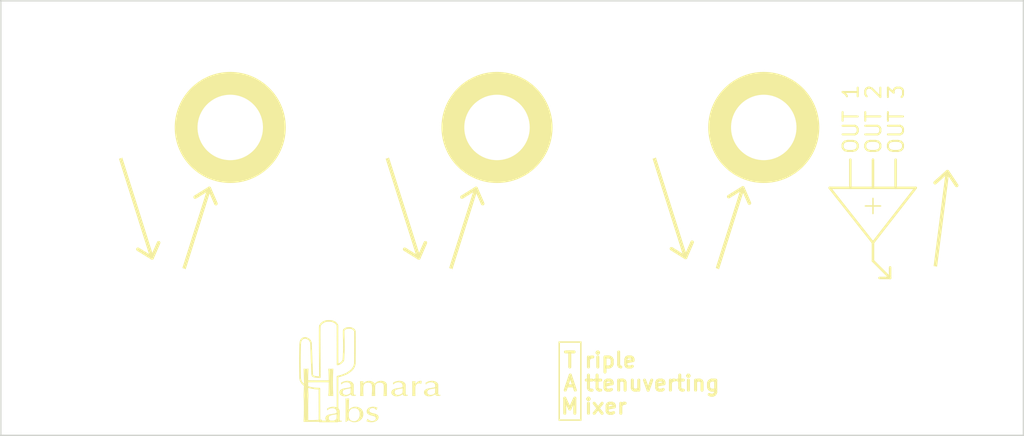
<source format=kicad_pcb>
(kicad_pcb (version 4) (host pcbnew 4.0.5)

  (general
    (links 0)
    (no_connects 0)
    (area 97.626099 82.9462 199.376101 127.161)
    (thickness 1.6)
    (drawings 41)
    (tracks 0)
    (zones 0)
    (modules 23)
    (nets 1)
  )

  (page A4)
  (layers
    (0 Top signal)
    (31 Bottom signal)
    (32 B.Adhes user hide)
    (33 F.Adhes user hide)
    (34 B.Paste user hide)
    (35 F.Paste user hide)
    (36 B.SilkS user)
    (37 F.SilkS user)
    (38 B.Mask user)
    (39 F.Mask user)
    (40 Dwgs.User user)
    (41 Cmts.User user)
    (42 Eco1.User user)
    (43 Eco2.User user)
    (44 Edge.Cuts user)
    (45 Margin user)
    (46 B.CrtYd user hide)
    (47 F.CrtYd user)
    (48 B.Fab user)
    (49 F.Fab user)
  )

  (setup
    (last_trace_width 0.25)
    (trace_clearance 0.1524)
    (zone_clearance 0.3)
    (zone_45_only no)
    (trace_min 0.2)
    (segment_width 0.15)
    (edge_width 0.15)
    (via_size 0.6)
    (via_drill 0.4)
    (via_min_size 0.4)
    (via_min_drill 0.3)
    (uvia_size 0.3)
    (uvia_drill 0.1)
    (uvias_allowed no)
    (uvia_min_size 0.2)
    (uvia_min_drill 0.1)
    (pcb_text_width 0.3)
    (pcb_text_size 1.5 1.5)
    (mod_edge_width 0.15)
    (mod_text_size 1 1)
    (mod_text_width 0.15)
    (pad_size 3.2 3.2)
    (pad_drill 3.2)
    (pad_to_mask_clearance 0.2)
    (aux_axis_origin 84.2511 89.7636)
    (visible_elements 7FFEFF7F)
    (pcbplotparams
      (layerselection 0x010a0_00000001)
      (usegerberextensions true)
      (excludeedgelayer true)
      (linewidth 0.100000)
      (plotframeref false)
      (viasonmask false)
      (mode 1)
      (useauxorigin true)
      (hpglpennumber 1)
      (hpglpenspeed 20)
      (hpglpendiameter 15)
      (hpglpenoverlay 2)
      (psnegative false)
      (psa4output false)
      (plotreference false)
      (plotvalue false)
      (plotinvisibletext false)
      (padsonsilk false)
      (subtractmaskfromsilk false)
      (outputformat 1)
      (mirror false)
      (drillshape 0)
      (scaleselection 1)
      (outputdirectory 1U_gerbers_v2/))
  )

  (net 0 "")

  (net_class Default "This is the default net class."
    (clearance 0.1524)
    (trace_width 0.25)
    (via_dia 0.6)
    (via_drill 0.4)
    (uvia_dia 0.3)
    (uvia_drill 0.1)
  )

  (net_class Ground ""
    (clearance 0.1524)
    (trace_width 0.35)
    (via_dia 0.6)
    (via_drill 0.4)
    (uvia_dia 0.3)
    (uvia_drill 0.1)
  )

  (module holes:HOLE_euro_mtg (layer Top) (tedit 5961669A) (tstamp 596A99A6)
    (at 194.2211 123.5936)
    (path /595013C1)
    (fp_text reference M2 (at 0 2.54) (layer F.SilkS) hide
      (effects (font (size 1 1) (thickness 0.15)))
    )
    (fp_text value HOLE (at 0 -2.54) (layer F.Fab) hide
      (effects (font (size 1 1) (thickness 0.15)))
    )
    (pad "" np_thru_hole oval (at 0 0) (size 5 3.2) (drill oval 5 3.2) (layers *.Cu *.Mask)
      (solder_mask_margin 0.001))
  )

  (module holes:HOLE_euro_mtg (layer Top) (tedit 5961669A) (tstamp 596A996F)
    (at 102.7811 123.5936)
    (path /59501238)
    (fp_text reference M1 (at 0 2.54) (layer F.SilkS) hide
      (effects (font (size 1 1) (thickness 0.15)))
    )
    (fp_text value HOLE (at 0 -2.54) (layer F.Fab) hide
      (effects (font (size 1 1) (thickness 0.15)))
    )
    (pad "" np_thru_hole oval (at 0 0) (size 5 3.2) (drill oval 5 3.2) (layers *.Cu *.Mask)
      (solder_mask_margin 0.001))
  )

  (module Daves_footprints:arrow_12.1 (layer Top) (tedit 596843F4) (tstamp 5968572B)
    (at 190.2 112.5 82.7)
    (attr virtual)
    (fp_text reference A2 (at 0.1016 3.2512 82.7) (layer F.SilkS) hide
      (effects (font (size 1 1) (thickness 0.15)))
    )
    (fp_text value arrow_12.925 (at 0.4699 -3.3528 82.7) (layer F.Fab) hide
      (effects (font (size 1 1) (thickness 0.15)))
    )
    (fp_line (start 12.211755 0) (end 10.9626 1.0795) (layer F.SilkS) (width 0.35))
    (fp_line (start 12.211755 0) (end 10.9626 -1.0795) (layer F.SilkS) (width 0.35))
    (fp_line (start 0 0) (end 12.1 0) (layer F.SilkS) (width 0.35))
  )

  (module Daves_footprints:arrow_12.1 (layer Top) (tedit 596843F4) (tstamp 59685725)
    (at 167.75 113.65 72.5)
    (attr virtual)
    (fp_text reference A2 (at 0.1016 3.2512 72.5) (layer F.SilkS) hide
      (effects (font (size 1 1) (thickness 0.15)))
    )
    (fp_text value arrow_12.925 (at 0.4699 -3.3528 72.5) (layer F.Fab) hide
      (effects (font (size 1 1) (thickness 0.15)))
    )
    (fp_line (start 12.211755 0) (end 10.9626 1.0795) (layer F.SilkS) (width 0.35))
    (fp_line (start 12.211755 0) (end 10.9626 -1.0795) (layer F.SilkS) (width 0.35))
    (fp_line (start 0 0) (end 12.1 0) (layer F.SilkS) (width 0.35))
  )

  (module Daves_footprints:arrow_12.85 (layer Top) (tedit 5968458F) (tstamp 5968571E)
    (at 161.85 96.6 287.5)
    (attr virtual)
    (fp_text reference A1 (at 0.1016 3.2512 287.5) (layer F.SilkS) hide
      (effects (font (size 1 1) (thickness 0.15)))
    )
    (fp_text value arrow_12.925 (at 0.4699 -3.3528 287.5) (layer F.Fab) hide
      (effects (font (size 1 1) (thickness 0.15)))
    )
    (fp_line (start 12.911755 0) (end 11.6626 1.0795) (layer F.SilkS) (width 0.35))
    (fp_line (start 12.911755 0) (end 11.6626 -1.0795) (layer F.SilkS) (width 0.35))
    (fp_line (start 0 0) (end 12.85 0) (layer F.SilkS) (width 0.35))
  )

  (module Daves_footprints:arrow_12.1 (layer Top) (tedit 596843F4) (tstamp 596856B3)
    (at 141.25 113.7 72.5)
    (attr virtual)
    (fp_text reference A2 (at 0.1016 3.2512 72.5) (layer F.SilkS) hide
      (effects (font (size 1 1) (thickness 0.15)))
    )
    (fp_text value arrow_12.925 (at 0.4699 -3.3528 72.5) (layer F.Fab) hide
      (effects (font (size 1 1) (thickness 0.15)))
    )
    (fp_line (start 12.211755 0) (end 10.9626 1.0795) (layer F.SilkS) (width 0.35))
    (fp_line (start 12.211755 0) (end 10.9626 -1.0795) (layer F.SilkS) (width 0.35))
    (fp_line (start 0 0) (end 12.1 0) (layer F.SilkS) (width 0.35))
  )

  (module Daves_footprints:arrow_12.85 (layer Top) (tedit 5968458F) (tstamp 596856AC)
    (at 135.35 96.65 287.5)
    (attr virtual)
    (fp_text reference A1 (at 0.1016 3.2512 287.5) (layer F.SilkS) hide
      (effects (font (size 1 1) (thickness 0.15)))
    )
    (fp_text value arrow_12.925 (at 0.4699 -3.3528 287.5) (layer F.Fab) hide
      (effects (font (size 1 1) (thickness 0.15)))
    )
    (fp_line (start 12.911755 0) (end 11.6626 1.0795) (layer F.SilkS) (width 0.35))
    (fp_line (start 12.911755 0) (end 11.6626 -1.0795) (layer F.SilkS) (width 0.35))
    (fp_line (start 0 0) (end 12.85 0) (layer F.SilkS) (width 0.35))
  )

  (module holes:hole_7.5mm (layer Top) (tedit 58A0CD37) (tstamp 5949AFE5)
    (at 114.5 113.5 90)
    (path /5946BEE9)
    (fp_text reference ATT1 (at 0.508 4.572 90) (layer F.SilkS) hide
      (effects (font (size 1 1) (thickness 0.15)))
    )
    (fp_text value 100K (at 0 -4.572 90) (layer F.Fab)
      (effects (font (size 1 1) (thickness 0.15)))
    )
    (pad "" np_thru_hole circle (at 0 0 90) (size 7.5 7.5) (drill 7.5) (layers *.Cu *.Mask))
  )

  (module holes:hole_7.5mm (layer Top) (tedit 58A0CD37) (tstamp 5949AFED)
    (at 141 113.5 90)
    (path /5946EED6)
    (fp_text reference ATT2 (at 0.508 4.572 90) (layer F.SilkS) hide
      (effects (font (size 1 1) (thickness 0.15)))
    )
    (fp_text value 100K (at 0 -4.572 90) (layer F.Fab)
      (effects (font (size 1 1) (thickness 0.15)))
    )
    (pad "" np_thru_hole circle (at 0 0 90) (size 7.5 7.5) (drill 7.5) (layers *.Cu *.Mask))
  )

  (module holes:hole_7.5mm (layer Top) (tedit 58A0CD37) (tstamp 5949AFF5)
    (at 167.5 113.5 90)
    (path /5946F1C0)
    (fp_text reference ATT3 (at 0.508 4.572 90) (layer F.SilkS) hide
      (effects (font (size 1 1) (thickness 0.15)))
    )
    (fp_text value 100K (at 0 -4.572 90) (layer F.Fab)
      (effects (font (size 1 1) (thickness 0.15)))
    )
    (pad "" np_thru_hole circle (at 0 0 90) (size 7.5 7.5) (drill 7.5) (layers *.Cu *.Mask))
  )

  (module holes:hole_7.5mm (layer Top) (tedit 58A0CD37) (tstamp 5949B0A0)
    (at 189.95 113.5 90)
    (path /59483ECC)
    (fp_text reference MIXLVL1 (at 0.508 4.572 90) (layer F.SilkS) hide
      (effects (font (size 1 1) (thickness 0.15)))
    )
    (fp_text value 100K (at 0 -4.572 90) (layer F.Fab)
      (effects (font (size 1 1) (thickness 0.15)))
    )
    (pad "" np_thru_hole circle (at 0 0 90) (size 7.5 7.5) (drill 7.5) (layers *.Cu *.Mask))
  )

  (module holes:hole_6.5mm (layer Top) (tedit 594FDE9A) (tstamp 5949B060)
    (at 108.5 96 135)
    (path /5949B0F1)
    (fp_text reference IN1 (at 0 0.5 135) (layer F.SilkS) hide
      (effects (font (size 1 1) (thickness 0.15)))
    )
    (fp_text value AUDIO-JACKERTHENVAR (at 0 -0.5 135) (layer F.Fab) hide
      (effects (font (size 1 1) (thickness 0.15)))
    )
    (pad "" np_thru_hole circle (at 0 0 135) (size 6.5 6.5) (drill 6.5) (layers *.Cu *.Mask))
    (model Dave.3dshapes/PJ-301BMjack_Nut.wrl
      (at (xyz 0 0 0))
      (scale (xyz 1 1 1))
      (rotate (xyz 0 0 0))
    )
  )

  (module holes:hole_6.5mm (layer Top) (tedit 594FDE9A) (tstamp 5949B067)
    (at 135 96 270)
    (path /594A2809)
    (fp_text reference IN2 (at 0 0.5 270) (layer F.SilkS) hide
      (effects (font (size 1 1) (thickness 0.15)))
    )
    (fp_text value AUDIO-JACKERTHENVAR (at 0 -0.5 270) (layer F.Fab) hide
      (effects (font (size 1 1) (thickness 0.15)))
    )
    (pad "" np_thru_hole circle (at 0 0 270) (size 6.5 6.5) (drill 6.5) (layers *.Cu *.Mask))
    (model Dave.3dshapes/PJ-301BMjack_Nut.wrl
      (at (xyz 0 0 0))
      (scale (xyz 1 1 1))
      (rotate (xyz 0 0 0))
    )
  )

  (module holes:hole_6.5mm (layer Top) (tedit 594FDE9A) (tstamp 5949B06E)
    (at 161.5 96 270)
    (path /594A7423)
    (fp_text reference IN3 (at 0 0.5 270) (layer F.SilkS) hide
      (effects (font (size 1 1) (thickness 0.15)))
    )
    (fp_text value AUDIO-JACKERTHENVAR (at 0 -0.5 270) (layer F.Fab) hide
      (effects (font (size 1 1) (thickness 0.15)))
    )
    (pad "" np_thru_hole circle (at 0 0 270) (size 6.5 6.5) (drill 6.5) (layers *.Cu *.Mask))
    (model Dave.3dshapes/PJ-301BMjack_Nut.wrl
      (at (xyz 0 0 0))
      (scale (xyz 1 1 1))
      (rotate (xyz 0 0 0))
    )
  )

  (module holes:hole_6.5mm (layer Top) (tedit 594FDE9A) (tstamp 5949B099)
    (at 192.35 96 90)
    (path /594AF557)
    (fp_text reference MIX1 (at 0 0.5 90) (layer F.SilkS) hide
      (effects (font (size 1 1) (thickness 0.15)))
    )
    (fp_text value AUDIO-JACKERTHENVAR (at 0 -0.5 90) (layer F.Fab) hide
      (effects (font (size 1 1) (thickness 0.15)))
    )
    (pad "" np_thru_hole circle (at 0 0 90) (size 6.5 6.5) (drill 6.5) (layers *.Cu *.Mask))
    (model Dave.3dshapes/PJ-301BMjack_Nut.wrl
      (at (xyz 0 0 0))
      (scale (xyz 1 1 1))
      (rotate (xyz 0 0 0))
    )
  )

  (module holes:hole_6.5mm (layer Top) (tedit 594FDE9A) (tstamp 5949B0A8)
    (at 120.5 96 90)
    (path /594A8692)
    (fp_text reference OUT1 (at 0 0.5 90) (layer F.SilkS) hide
      (effects (font (size 1 1) (thickness 0.15)))
    )
    (fp_text value AUDIO-JACKERTHENVAR (at 0 -0.5 90) (layer F.Fab) hide
      (effects (font (size 1 1) (thickness 0.15)))
    )
    (pad "" np_thru_hole circle (at 0 0 90) (size 6.5 6.5) (drill 6.5) (layers *.Cu *.Mask))
    (model Dave.3dshapes/PJ-301BMjack_Nut.wrl
      (at (xyz 0 0 0))
      (scale (xyz 1 1 1))
      (rotate (xyz 0 0 0))
    )
  )

  (module holes:hole_6.5mm (layer Top) (tedit 594FDE9A) (tstamp 5949B0AF)
    (at 147 96 90)
    (path /594AB1E7)
    (fp_text reference OUT2 (at 0 0.5 90) (layer F.SilkS) hide
      (effects (font (size 1 1) (thickness 0.15)))
    )
    (fp_text value AUDIO-JACKERTHENVAR (at 0 -0.5 90) (layer F.Fab) hide
      (effects (font (size 1 1) (thickness 0.15)))
    )
    (pad "" np_thru_hole circle (at 0 0 90) (size 6.5 6.5) (drill 6.5) (layers *.Cu *.Mask))
    (model Dave.3dshapes/PJ-301BMjack_Nut.wrl
      (at (xyz 0 0 0))
      (scale (xyz 1 1 1))
      (rotate (xyz 0 0 0))
    )
  )

  (module holes:hole_6.5mm (layer Top) (tedit 594FDE9A) (tstamp 5949B0B6)
    (at 173.5 96 90)
    (path /594AD6B4)
    (fp_text reference OUT3 (at 0 0.5 90) (layer F.SilkS) hide
      (effects (font (size 1 1) (thickness 0.15)))
    )
    (fp_text value AUDIO-JACKERTHENVAR (at 0 -0.5 90) (layer F.Fab) hide
      (effects (font (size 1 1) (thickness 0.15)))
    )
    (pad "" np_thru_hole circle (at 0 0 90) (size 6.5 6.5) (drill 6.5) (layers *.Cu *.Mask))
    (model Dave.3dshapes/PJ-301BMjack_Nut.wrl
      (at (xyz 0 0 0))
      (scale (xyz 1 1 1))
      (rotate (xyz 0 0 0))
    )
  )

  (module Daves_footprints:Hamara_labs_small_3 (layer Top) (tedit 0) (tstamp 59506639)
    (at 134.39 120.23)
    (fp_text reference G*** (at 0 0) (layer F.SilkS) hide
      (effects (font (thickness 0.3)))
    )
    (fp_text value LOGO (at 0.75 0) (layer F.SilkS) hide
      (effects (font (thickness 0.3)))
    )
    (fp_poly (pts (xy -4.029352 -5.087231) (xy -3.94359 -5.084149) (xy -3.873094 -5.079343) (xy -3.812818 -5.071716)
      (xy -3.757717 -5.060172) (xy -3.702746 -5.043615) (xy -3.642859 -5.020949) (xy -3.573012 -4.991078)
      (xy -3.559847 -4.985233) (xy -3.508019 -4.961663) (xy -3.469224 -4.942055) (xy -3.437825 -4.922541)
      (xy -3.408183 -4.899254) (xy -3.374658 -4.868328) (xy -3.340758 -4.834996) (xy -3.276979 -4.767055)
      (xy -3.228083 -4.705088) (xy -3.204831 -4.66852) (xy -3.16484 -4.5974) (xy -3.16217 -2.68986)
      (xy -3.161816 -2.452276) (xy -3.161443 -2.23425) (xy -3.161044 -2.035021) (xy -3.160613 -1.853827)
      (xy -3.160145 -1.689908) (xy -3.159631 -1.542502) (xy -3.159067 -1.410846) (xy -3.158446 -1.294181)
      (xy -3.157762 -1.191744) (xy -3.157007 -1.102773) (xy -3.156177 -1.026509) (xy -3.155264 -0.962188)
      (xy -3.154263 -0.909049) (xy -3.153166 -0.866332) (xy -3.151968 -0.833274) (xy -3.150662 -0.809114)
      (xy -3.149243 -0.793091) (xy -3.147703 -0.784443) (xy -3.146332 -0.78232) (xy -3.128441 -0.788091)
      (xy -3.113442 -0.797396) (xy -3.090722 -0.810009) (xy -3.059874 -0.821861) (xy -3.053584 -0.823736)
      (xy -3.010701 -0.842005) (xy -2.961385 -0.872886) (xy -2.910936 -0.912405) (xy -2.864654 -0.956584)
      (xy -2.842133 -0.982371) (xy -2.813433 -1.017693) (xy -2.784871 -1.052307) (xy -2.763818 -1.07732)
      (xy -2.754724 -1.088837) (xy -2.746819 -1.101727) (xy -2.739939 -1.117579) (xy -2.733922 -1.137981)
      (xy -2.728606 -1.164522) (xy -2.723827 -1.198791) (xy -2.719424 -1.242376) (xy -2.715233 -1.296867)
      (xy -2.711093 -1.363852) (xy -2.706841 -1.44492) (xy -2.702313 -1.541659) (xy -2.697349 -1.655659)
      (xy -2.692273 -1.776755) (xy -2.688587 -1.866273) (xy -2.6854 -1.946413) (xy -2.682704 -2.019226)
      (xy -2.680491 -2.086765) (xy -2.678755 -2.151081) (xy -2.677488 -2.214226) (xy -2.676682 -2.27825)
      (xy -2.67633 -2.345206) (xy -2.676424 -2.417145) (xy -2.676958 -2.496118) (xy -2.677923 -2.584178)
      (xy -2.679313 -2.683376) (xy -2.68112 -2.795763) (xy -2.683336 -2.923391) (xy -2.685954 -3.068312)
      (xy -2.687333 -3.143607) (xy -2.690134 -3.297716) (xy -2.692515 -3.432887) (xy -2.694477 -3.550497)
      (xy -2.696019 -3.651925) (xy -2.697142 -3.738547) (xy -2.697845 -3.811742) (xy -2.698128 -3.872887)
      (xy -2.697992 -3.923359) (xy -2.697436 -3.964536) (xy -2.69646 -3.997796) (xy -2.695064 -4.024517)
      (xy -2.693249 -4.046075) (xy -2.691013 -4.063849) (xy -2.688358 -4.079216) (xy -2.687299 -4.084425)
      (xy -2.677758 -4.124104) (xy -2.667473 -4.158042) (xy -2.658527 -4.179445) (xy -2.657801 -4.180613)
      (xy -2.642915 -4.195212) (xy -2.614451 -4.216968) (xy -2.576611 -4.243198) (xy -2.533596 -4.271222)
      (xy -2.489609 -4.298357) (xy -2.448852 -4.321923) (xy -2.415525 -4.339238) (xy -2.39776 -4.346564)
      (xy -2.316684 -4.366961) (xy -2.225196 -4.381275) (xy -2.129358 -4.38918) (xy -2.035229 -4.390349)
      (xy -1.94887 -4.384455) (xy -1.887851 -4.374063) (xy -1.779214 -4.340813) (xy -1.681895 -4.29531)
      (xy -1.597725 -4.238848) (xy -1.528531 -4.172721) (xy -1.476146 -4.098221) (xy -1.463944 -4.074354)
      (xy -1.43764 -4.01828) (xy -1.428642 -3.389758) (xy -1.4269 -3.240116) (xy -1.425679 -3.072576)
      (xy -1.424975 -2.889553) (xy -1.424789 -2.693461) (xy -1.425117 -2.486718) (xy -1.425957 -2.271737)
      (xy -1.427309 -2.050933) (xy -1.429169 -1.826722) (xy -1.429929 -1.748918) (xy -1.440215 -0.7366)
      (xy -1.472367 -0.6096) (xy -1.494647 -0.532811) (xy -1.521354 -0.458874) (xy -1.550626 -0.392013)
      (xy -1.5806 -0.336451) (xy -1.609413 -0.296412) (xy -1.611539 -0.294085) (xy -1.627889 -0.273734)
      (xy -1.635659 -0.258496) (xy -1.63576 -0.257402) (xy -1.642578 -0.242105) (xy -1.661169 -0.215841)
      (xy -1.688738 -0.181814) (xy -1.722491 -0.143222) (xy -1.759634 -0.103269) (xy -1.797371 -0.065154)
      (xy -1.830965 -0.033796) (xy -1.878954 0.008301) (xy -1.915847 0.039336) (xy -1.94538 0.062137)
      (xy -1.97129 0.079533) (xy -1.99731 0.094353) (xy -2.0066 0.099182) (xy -2.038804 0.119047)
      (xy -2.067524 0.14218) (xy -2.07264 0.147336) (xy -2.096744 0.167952) (xy -2.129919 0.190017)
      (xy -2.14884 0.200492) (xy -2.187542 0.221614) (xy -2.226932 0.245374) (xy -2.241824 0.255168)
      (xy -2.278477 0.277291) (xy -2.327339 0.302766) (xy -2.38142 0.328284) (xy -2.43373 0.350538)
      (xy -2.47483 0.365457) (xy -2.504095 0.376235) (xy -2.543256 0.392661) (xy -2.584048 0.411263)
      (xy -2.58572 0.412063) (xy -2.632972 0.432321) (xy -2.688033 0.452471) (xy -2.73812 0.467902)
      (xy -2.784502 0.481146) (xy -2.830757 0.495702) (xy -2.867532 0.508612) (xy -2.8702 0.509649)
      (xy -2.91303 0.524844) (xy -2.962412 0.539848) (xy -3.012468 0.553139) (xy -3.057319 0.563198)
      (xy -3.091087 0.568505) (xy -3.099595 0.568959) (xy -3.126682 0.57115) (xy -3.14369 0.575127)
      (xy -3.145855 0.577293) (xy -3.147818 0.582674) (xy -3.149589 0.592209) (xy -3.151179 0.606834)
      (xy -3.152596 0.627486) (xy -3.15385 0.655104) (xy -3.154951 0.690624) (xy -3.155909 0.734984)
      (xy -3.156733 0.789121) (xy -3.157434 0.853972) (xy -3.15802 0.930476) (xy -3.158501 1.019569)
      (xy -3.158888 1.122188) (xy -3.159189 1.239271) (xy -3.159415 1.371756) (xy -3.159576 1.520579)
      (xy -3.15968 1.686678) (xy -3.159738 1.870991) (xy -3.15976 2.074455) (xy -3.15976 3.674377)
      (xy -3.134166 3.698422) (xy -3.093463 3.746937) (xy -3.058539 3.808199) (xy -3.033595 3.874699)
      (xy -3.031783 3.881457) (xy -3.027484 3.899683) (xy -3.024126 3.918773) (xy -3.021689 3.940953)
      (xy -3.020154 3.968446) (xy -3.019502 4.003479) (xy -3.019713 4.048277) (xy -3.020768 4.105065)
      (xy -3.022648 4.176067) (xy -3.025333 4.263509) (xy -3.027817 4.339796) (xy -3.030547 4.429006)
      (xy -3.03272 4.513381) (xy -3.034301 4.590399) (xy -3.035256 4.657539) (xy -3.03555 4.712279)
      (xy -3.035149 4.752099) (xy -3.034018 4.774477) (xy -3.033806 4.776033) (xy -3.019243 4.83523)
      (xy -2.996089 4.876939) (xy -2.962269 4.902918) (xy -2.915712 4.914926) (xy -2.8691 4.915719)
      (xy -2.804118 4.91236) (xy -2.804139 4.945631) (xy -2.807931 4.971272) (xy -2.822502 4.985419)
      (xy -2.830647 4.988972) (xy -2.86178 4.997029) (xy -2.906981 5.004115) (xy -2.960002 5.009715)
      (xy -3.014598 5.013317) (xy -3.06452 5.014406) (xy -3.103521 5.012468) (xy -3.108434 5.011827)
      (xy -3.141687 5.007955) (xy -3.162342 5.009627) (xy -3.177688 5.018218) (xy -3.186713 5.026595)
      (xy -3.209637 5.04952) (xy -5.04678 5.04952) (xy -5.074313 5.027863) (xy -5.101845 5.006206)
      (xy -5.852923 5.010761) (xy -6.604 5.015317) (xy -6.604 4.976435) (xy -6.603381 4.956075)
      (xy -6.601633 4.918545) (xy -6.598927 4.866952) (xy -6.595431 4.804403) (xy -6.591313 4.734006)
      (xy -6.586863 4.660796) (xy -6.582183 4.570069) (xy -6.578179 4.461716) (xy -6.574849 4.338418)
      (xy -6.572193 4.202857) (xy -6.570211 4.057715) (xy -6.568901 3.905675) (xy -6.568264 3.749419)
      (xy -6.568269 3.725349) (xy -6.155621 3.725349) (xy -6.154941 3.906506) (xy -6.153521 4.092513)
      (xy -6.152008 4.230245) (xy -6.144337 4.84861) (xy -5.812829 4.842263) (xy -5.722052 4.840437)
      (xy -5.628381 4.838394) (xy -5.536256 4.836242) (xy -5.450118 4.83409) (xy -5.37441 4.832045)
      (xy -5.313571 4.830216) (xy -5.302316 4.829843) (xy -5.243436 4.827441) (xy -5.191232 4.824549)
      (xy -5.149257 4.821425) (xy -5.121064 4.818326) (xy -5.110633 4.815934) (xy -5.10887 4.811194)
      (xy -5.107311 4.79873) (xy -5.105953 4.777715) (xy -5.104792 4.747322) (xy -5.103827 4.706725)
      (xy -5.103053 4.655097) (xy -5.10247 4.591612) (xy -5.102073 4.515442) (xy -5.10186 4.425762)
      (xy -5.101828 4.321745) (xy -5.101975 4.202564) (xy -5.102297 4.067393) (xy -5.102792 3.915404)
      (xy -5.103457 3.745773) (xy -5.10429 3.557671) (xy -5.105288 3.350273) (xy -5.105548 3.298129)
      (xy -5.113142 1.78816) (xy -5.242994 1.78816) (xy -5.308134 1.786689) (xy -5.380932 1.782721)
      (xy -5.451039 1.77692) (xy -5.493123 1.772104) (xy -5.563844 1.761664) (xy -5.645211 1.74801)
      (xy -5.732374 1.7321) (xy -5.820482 1.714893) (xy -5.904682 1.697346) (xy -5.980123 1.680417)
      (xy -6.041954 1.665064) (xy -6.059075 1.660355) (xy -6.098959 1.649647) (xy -6.130944 1.642266)
      (xy -6.150431 1.639214) (xy -6.154083 1.639655) (xy -6.154962 1.650729) (xy -6.154831 1.679096)
      (xy -6.15382 1.721763) (xy -6.15206 1.775735) (xy -6.149681 1.838017) (xy -6.146815 1.905617)
      (xy -6.143592 1.975539) (xy -6.140144 2.044789) (xy -6.136601 2.110373) (xy -6.133093 2.169297)
      (xy -6.129752 2.218567) (xy -6.127614 2.24536) (xy -6.124317 2.291445) (xy -6.122625 2.338935)
      (xy -6.122612 2.391286) (xy -6.124352 2.451953) (xy -6.127919 2.524393) (xy -6.133388 2.61206)
      (xy -6.13645 2.65684) (xy -6.14108 2.737352) (xy -6.145107 2.836458) (xy -6.148512 2.952439)
      (xy -6.151279 3.083578) (xy -6.15339 3.228156) (xy -6.154829 3.384456) (xy -6.155578 3.55076)
      (xy -6.155621 3.725349) (xy -6.568269 3.725349) (xy -6.568299 3.591627) (xy -6.569005 3.434983)
      (xy -6.570382 3.282169) (xy -6.57243 3.135866) (xy -6.575147 2.998757) (xy -6.578533 2.873523)
      (xy -6.582588 2.762847) (xy -6.587255 2.670345) (xy -6.592561 2.579498) (xy -6.596465 2.504292)
      (xy -6.59899 2.440098) (xy -6.600158 2.382286) (xy -6.59999 2.326228) (xy -6.598508 2.267293)
      (xy -6.595735 2.200853) (xy -6.591691 2.122279) (xy -6.589989 2.091225) (xy -6.585388 2.004389)
      (xy -6.580831 1.911727) (xy -6.576571 1.818933) (xy -6.572867 1.7317) (xy -6.569972 1.655723)
      (xy -6.568756 1.61874) (xy -6.56288 1.423921) (xy -6.585885 1.41662) (xy -6.600994 1.407067)
      (xy -6.627083 1.385698) (xy -6.660992 1.35529) (xy -6.699559 1.318618) (xy -6.716845 1.301559)
      (xy -6.778737 1.236808) (xy -6.828076 1.17798) (xy -6.86922 1.119732) (xy -6.882797 1.097987)
      (xy -6.921883 1.032261) (xy -6.95079 0.980625) (xy -6.97078 0.940375) (xy -6.983113 0.908809)
      (xy -6.989051 0.883223) (xy -6.99008 0.868054) (xy -6.992975 0.838838) (xy -7.000516 0.799474)
      (xy -7.00967 0.763577) (xy -7.013081 0.750842) (xy -7.016112 0.736712) (xy -7.018805 0.71985)
      (xy -7.021202 0.69892) (xy -7.023345 0.672584) (xy -7.025277 0.639508) (xy -7.02704 0.598353)
      (xy -7.028676 0.547783) (xy -7.030228 0.486463) (xy -7.031738 0.413054) (xy -7.033249 0.326222)
      (xy -7.034803 0.224628) (xy -7.036442 0.106938) (xy -7.038208 -0.028187) (xy -7.040145 -0.182082)
      (xy -7.04047 -0.20828) (xy -7.042648 -0.392423) (xy -7.044371 -0.559404) (xy -7.045631 -0.712376)
      (xy -7.046422 -0.854491) (xy -7.046735 -0.988904) (xy -7.046622 -1.074154) (xy -6.894311 -1.074154)
      (xy -6.894271 -0.94495) (xy -6.893748 -0.809796) (xy -6.892747 -0.665559) (xy -6.891278 -0.509105)
      (xy -6.889348 -0.337299) (xy -6.88801 -0.2286) (xy -6.885951 -0.06898) (xy -6.884029 0.07159)
      (xy -6.88221 0.194377) (xy -6.880456 0.300648) (xy -6.878733 0.391672) (xy -6.877004 0.468717)
      (xy -6.875233 0.533051) (xy -6.873383 0.585941) (xy -6.87142 0.628657) (xy -6.869307 0.662466)
      (xy -6.867008 0.688635) (xy -6.864488 0.708434) (xy -6.861709 0.723129) (xy -6.860896 0.72644)
      (xy -6.850754 0.769963) (xy -6.842002 0.815094) (xy -6.838419 0.8382) (xy -6.825832 0.885432)
      (xy -6.800685 0.941778) (xy -6.765703 1.002962) (xy -6.723611 1.064707) (xy -6.677133 1.122737)
      (xy -6.628992 1.172775) (xy -6.620169 1.180773) (xy -6.560138 1.233857) (xy -6.566053 0.822668)
      (xy -6.567982 0.714924) (xy -6.570741 0.597855) (xy -6.574165 0.476665) (xy -6.578086 0.356562)
      (xy -6.582339 0.24275) (xy -6.586756 0.140437) (xy -6.589834 0.078895) (xy -6.593963 -0.001248)
      (xy -6.597417 -0.074786) (xy -6.600106 -0.139294) (xy -6.601944 -0.192346) (xy -6.602843 -0.231517)
      (xy -6.602714 -0.25438) (xy -6.602052 -0.259336) (xy -6.590274 -0.260633) (xy -6.562586 -0.259871)
      (xy -6.523272 -0.257258) (xy -6.481959 -0.253541) (xy -6.405258 -0.247955) (xy -6.333246 -0.24778)
      (xy -6.254345 -0.253031) (xy -6.245993 -0.25382) (xy -6.198837 -0.258098) (xy -6.159797 -0.261126)
      (xy -6.132877 -0.26263) (xy -6.122084 -0.262336) (xy -6.122061 -0.26231) (xy -6.121644 -0.250843)
      (xy -6.122411 -0.219259) (xy -6.124353 -0.167727) (xy -6.127464 -0.096415) (xy -6.131735 -0.005492)
      (xy -6.13716 0.104873) (xy -6.143731 0.234513) (xy -6.146399 0.286331) (xy -6.14999 0.367771)
      (xy -6.153057 0.460183) (xy -6.155374 0.554922) (xy -6.156717 0.643339) (xy -6.15696 0.690753)
      (xy -6.15696 0.890848) (xy -5.941962 0.897544) (xy -5.877416 0.899139) (xy -5.795216 0.900509)
      (xy -5.698025 0.901655) (xy -5.588509 0.902576) (xy -5.46933 0.903273) (xy -5.343153 0.903745)
      (xy -5.212643 0.903993) (xy -5.080464 0.904017) (xy -4.949279 0.903817) (xy -4.821754 0.903392)
      (xy -4.700552 0.902743) (xy -4.588337 0.901871) (xy -4.487774 0.900775) (xy -4.401527 0.899455)
      (xy -4.332261 0.897911) (xy -4.318031 0.897494) (xy -4.101424 0.890748) (xy -4.108444 0.544434)
      (xy -4.110688 0.448853) (xy -4.113603 0.347752) (xy -4.11701 0.246037) (xy -4.120732 0.148614)
      (xy -4.124589 0.06039) (xy -4.128402 -0.01373) (xy -4.129388 -0.03048) (xy -4.133261 -0.096355)
      (xy -4.136447 -0.155083) (xy -4.13881 -0.203752) (xy -4.140215 -0.23945) (xy -4.140525 -0.259262)
      (xy -4.140219 -0.26231) (xy -4.129515 -0.262642) (xy -4.102634 -0.261169) (xy -4.063611 -0.258164)
      (xy -4.016481 -0.253904) (xy -4.015608 -0.25382) (xy -3.935438 -0.248048) (xy -3.863268 -0.247703)
      (xy -3.787518 -0.252771) (xy -3.779642 -0.253541) (xy -3.733605 -0.257645) (xy -3.695407 -0.260111)
      (xy -3.669321 -0.260725) (xy -3.659752 -0.259539) (xy -3.658934 -0.248411) (xy -3.659229 -0.219524)
      (xy -3.660545 -0.175402) (xy -3.662788 -0.118572) (xy -3.665866 -0.051557) (xy -3.669683 0.023117)
      (xy -3.671326 0.053292) (xy -3.675198 0.136822) (xy -3.678591 0.237312) (xy -3.681502 0.352361)
      (xy -3.683932 0.479567) (xy -3.685877 0.616532) (xy -3.687336 0.760854) (xy -3.688308 0.910132)
      (xy -3.68879 1.061967) (xy -3.688782 1.213958) (xy -3.688281 1.363704) (xy -3.687285 1.508805)
      (xy -3.685793 1.646859) (xy -3.683804 1.775468) (xy -3.681315 1.89223) (xy -3.678325 1.994744)
      (xy -3.674832 2.080611) (xy -3.672788 2.11836) (xy -3.6686 2.189164) (xy -3.664856 2.255381)
      (xy -3.661735 2.313592) (xy -3.659416 2.360379) (xy -3.65808 2.392324) (xy -3.657826 2.40284)
      (xy -3.6576 2.44348) (xy -4.145668 2.44348) (xy -4.139991 2.37236) (xy -4.133348 2.284392)
      (xy -4.127704 2.198388) (xy -4.122936 2.111173) (xy -4.118922 2.019569) (xy -4.115538 1.9204)
      (xy -4.112662 1.81049) (xy -4.110171 1.686662) (xy -4.107941 1.54574) (xy -4.107909 1.54343)
      (xy -4.101489 1.090421) (xy -4.241831 1.08369) (xy -4.280251 1.08239) (xy -4.336856 1.081234)
      (xy -4.409511 1.080222) (xy -4.496082 1.079355) (xy -4.594434 1.078632) (xy -4.702433 1.078054)
      (xy -4.817943 1.07762) (xy -4.938832 1.07733) (xy -5.062963 1.077185) (xy -5.188202 1.077185)
      (xy -5.312416 1.07733) (xy -5.433469 1.077619) (xy -5.549226 1.078052) (xy -5.657553 1.078631)
      (xy -5.756316 1.079354) (xy -5.84338 1.080222) (xy -5.91661 1.081235) (xy -5.973872 1.082393)
      (xy -6.01218 1.083657) (xy -6.156961 1.09028) (xy -6.15696 1.276399) (xy -6.15696 1.462518)
      (xy -6.12902 1.476883) (xy -6.101817 1.488245) (xy -6.059677 1.502751) (xy -6.007463 1.518978)
      (xy -5.950038 1.535501) (xy -5.892266 1.550893) (xy -5.839008 1.563731) (xy -5.815509 1.568762)
      (xy -5.709406 1.587813) (xy -5.592853 1.604591) (xy -5.472267 1.618422) (xy -5.354065 1.628629)
      (xy -5.244665 1.63454) (xy -5.178599 1.635759) (xy -5.115983 1.635857) (xy -5.070394 1.636428)
      (xy -5.03854 1.637894) (xy -5.017128 1.640674) (xy -5.002866 1.645187) (xy -4.992462 1.651855)
      (xy -4.983019 1.660698) (xy -4.95808 1.685636) (xy -4.95808 2.146695) (xy -4.958013 2.222589)
      (xy -4.957817 2.316655) (xy -4.957502 2.426741) (xy -4.957078 2.5507) (xy -4.956552 2.686382)
      (xy -4.955935 2.831638) (xy -4.955237 2.98432) (xy -4.954466 3.142277) (xy -4.953631 3.303362)
      (xy -4.952743 3.465425) (xy -4.95181 3.626316) (xy -4.951319 3.707268) (xy -4.944558 4.806783)
      (xy -4.863314 4.799696) (xy -4.823037 4.796606) (xy -4.799341 4.796303) (xy -4.788623 4.799213)
      (xy -4.78728 4.805762) (xy -4.788199 4.808583) (xy -4.794194 4.829182) (xy -4.800588 4.857972)
      (xy -4.801135 4.860838) (xy -4.807942 4.89712) (xy -4.348615 4.89712) (xy -4.38334 4.851627)
      (xy -4.416507 4.792238) (xy -4.434289 4.724343) (xy -4.437182 4.652111) (xy -4.435358 4.640624)
      (xy -4.1148 4.640624) (xy -4.113908 4.683589) (xy -4.109931 4.714205) (xy -4.100924 4.740412)
      (xy -4.084942 4.77015) (xy -4.081716 4.775584) (xy -4.046733 4.822618) (xy -4.00216 4.858547)
      (xy -3.993265 4.864035) (xy -3.937899 4.89712) (xy -3.594074 4.89712) (xy -3.592628 4.896389)
      (xy -3.39852 4.896389) (xy -3.35534 4.896754) (xy -3.328143 4.895801) (xy -3.315635 4.89017)
      (xy -3.31224 4.876627) (xy -3.31216 4.87172) (xy -3.316763 4.851656) (xy -3.331062 4.848386)
      (xy -3.355798 4.861905) (xy -3.36804 4.871405) (xy -3.39852 4.896389) (xy -3.592628 4.896389)
      (xy -3.531857 4.865685) (xy -3.483236 4.838388) (xy -3.435362 4.806776) (xy -3.39308 4.774449)
      (xy -3.361233 4.745006) (xy -3.348692 4.729536) (xy -3.342238 4.714524) (xy -3.337157 4.689794)
      (xy -3.333155 4.65266) (xy -3.329938 4.600436) (xy -3.327348 4.534632) (xy -3.325125 4.472993)
      (xy -3.32265 4.414106) (xy -3.320153 4.362858) (xy -3.317865 4.324133) (xy -3.316699 4.309061)
      (xy -3.311673 4.254402) (xy -3.344937 4.261151) (xy -3.365466 4.264873) (xy -3.402189 4.271092)
      (xy -3.451224 4.279169) (xy -3.508689 4.288463) (xy -3.56616 4.297618) (xy -3.654731 4.312058)
      (xy -3.726459 4.324899) (xy -3.784677 4.336953) (xy -3.83272 4.349031) (xy -3.87392 4.361945)
      (xy -3.911612 4.376506) (xy -3.937482 4.388014) (xy -4.006315 4.425778) (xy -4.056673 4.467557)
      (xy -4.090345 4.515902) (xy -4.109123 4.573364) (xy -4.1148 4.640624) (xy -4.435358 4.640624)
      (xy -4.425683 4.579712) (xy -4.400288 4.511316) (xy -4.361491 4.451094) (xy -4.332091 4.42071)
      (xy -4.299851 4.393912) (xy -4.266846 4.370364) (xy -4.231141 4.349502) (xy -4.190798 4.330762)
      (xy -4.143883 4.31358) (xy -4.088457 4.297392) (xy -4.022586 4.281633) (xy -3.944331 4.26574)
      (xy -3.851757 4.249149) (xy -3.742927 4.231295) (xy -3.615905 4.211615) (xy -3.612473 4.211094)
      (xy -3.524728 4.195541) (xy -3.451193 4.177864) (xy -3.393793 4.158619) (xy -3.354456 4.138367)
      (xy -3.349702 4.134863) (xy -3.327752 4.10543) (xy -3.31657 4.063057) (xy -3.315438 4.01157)
      (xy -3.323641 3.954791) (xy -3.340459 3.896544) (xy -3.365175 3.840653) (xy -3.397073 3.790941)
      (xy -3.418904 3.766123) (xy -3.474368 3.720397) (xy -3.53727 3.687709) (xy -3.610635 3.667038)
      (xy -3.69749 3.657367) (xy -3.744852 3.656332) (xy -3.862531 3.664447) (xy -3.969258 3.688181)
      (xy -4.064055 3.727193) (xy -4.145943 3.781138) (xy -4.175249 3.807192) (xy -4.204395 3.833135)
      (xy -4.230264 3.852171) (xy -4.247824 3.86066) (xy -4.24932 3.8608) (xy -4.258472 3.858916)
      (xy -4.263763 3.850604) (xy -4.265943 3.831873) (xy -4.265761 3.798732) (xy -4.265071 3.77698)
      (xy -4.26212 3.69316) (xy -4.148211 3.636085) (xy -4.055235 3.593983) (xy -3.9644 3.562976)
      (xy -3.8685 3.541033) (xy -3.760329 3.526125) (xy -3.75651 3.525734) (xy -3.653049 3.52045)
      (xy -3.549493 3.524782) (xy -3.452485 3.538199) (xy -3.382621 3.555565) (xy -3.349392 3.565889)
      (xy -3.325003 3.573295) (xy -3.314708 3.576188) (xy -3.3147 3.576188) (xy -3.314412 3.566228)
      (xy -3.314132 3.537052) (xy -3.313863 3.489765) (xy -3.313608 3.425474) (xy -3.313367 3.345281)
      (xy -3.313142 3.250293) (xy -3.312936 3.141613) (xy -3.31275 3.020347) (xy -3.312587 2.8876)
      (xy -3.312447 2.744476) (xy -3.312332 2.592081) (xy -3.312246 2.431518) (xy -3.312188 2.263893)
      (xy -3.312162 2.090311) (xy -3.31216 2.036618) (xy -3.31216 0.496916) (xy -3.2893 0.47444)
      (xy -3.263119 0.458105) (xy -3.219838 0.442504) (xy -3.18516 0.433603) (xy -3.142456 0.423655)
      (xy -3.103589 0.414079) (xy -3.075906 0.406696) (xy -3.072679 0.40574) (xy -3.04516 0.398935)
      (xy -3.02446 0.396239) (xy -3.005989 0.39319) (xy -2.975764 0.385299) (xy -2.948981 0.377055)
      (xy -2.91375 0.365712) (xy -2.866466 0.350784) (xy -2.814519 0.334593) (xy -2.78384 0.325133)
      (xy -2.73525 0.309229) (xy -2.689517 0.29252) (xy -2.65289 0.277375) (xy -2.63652 0.269263)
      (xy -2.60239 0.252429) (xy -2.561022 0.235485) (xy -2.54 0.228134) (xy -2.500457 0.213671)
      (xy -2.454143 0.194265) (xy -2.41808 0.177491) (xy -2.384136 0.160899) (xy -2.35687 0.147918)
      (xy -2.341825 0.141182) (xy -2.341345 0.141002) (xy -2.319092 0.129815) (xy -2.286768 0.109844)
      (xy -2.250167 0.084996) (xy -2.215082 0.059182) (xy -2.190847 0.03946) (xy -2.159277 0.014359)
      (xy -2.126783 -0.007686) (xy -2.11328 -0.01535) (xy -2.086691 -0.029973) (xy -2.059707 -0.047631)
      (xy -2.028308 -0.071287) (xy -1.988473 -0.103903) (xy -1.957745 -0.12995) (xy -1.909675 -0.171641)
      (xy -1.873134 -0.205454) (xy -1.843781 -0.236199) (xy -1.817275 -0.268687) (xy -1.789275 -0.307732)
      (xy -1.76533 -0.343241) (xy -1.721499 -0.40995) (xy -1.687661 -0.464409) (xy -1.66202 -0.510923)
      (xy -1.642783 -0.553794) (xy -1.628157 -0.597328) (xy -1.616349 -0.645827) (xy -1.605564 -0.703596)
      (xy -1.59929 -0.74168) (xy -1.596981 -0.757417) (xy -1.594885 -0.775178) (xy -1.592989 -0.795967)
      (xy -1.591284 -0.820789) (xy -1.589759 -0.850648) (xy -1.588401 -0.886548) (xy -1.587201 -0.929493)
      (xy -1.586147 -0.980487) (xy -1.585228 -1.040534) (xy -1.584433 -1.110638) (xy -1.583752 -1.191804)
      (xy -1.583173 -1.285036) (xy -1.582685 -1.391337) (xy -1.582277 -1.511712) (xy -1.581938 -1.647165)
      (xy -1.581657 -1.798699) (xy -1.581424 -1.96732) (xy -1.581226 -2.154031) (xy -1.581054 -2.359837)
      (xy -1.581018 -2.40792) (xy -1.57988 -3.96748) (xy -1.602455 -4.009696) (xy -1.62539 -4.043416)
      (xy -1.659072 -4.082304) (xy -1.697529 -4.120307) (xy -1.73479 -4.151376) (xy -1.755932 -4.165202)
      (xy -1.801044 -4.18871) (xy -1.840589 -4.205796) (xy -1.87967 -4.217649) (xy -1.923389 -4.22546)
      (xy -1.97685 -4.230418) (xy -2.045156 -4.23371) (xy -2.05079 -4.233915) (xy -2.133978 -4.235705)
      (xy -2.198861 -4.234376) (xy -2.247223 -4.229868) (xy -2.26415 -4.226769) (xy -2.322895 -4.209858)
      (xy -2.38182 -4.186084) (xy -2.436977 -4.157731) (xy -2.48442 -4.127082) (xy -2.5202 -4.096422)
      (xy -2.540371 -4.068036) (xy -2.540946 -4.066595) (xy -2.542851 -4.052239) (xy -2.544188 -4.02047)
      (xy -2.544952 -3.970955) (xy -2.545142 -3.903361) (xy -2.544755 -3.817356) (xy -2.543791 -3.712607)
      (xy -2.542245 -3.58878) (xy -2.540118 -3.445544) (xy -2.537405 -3.282565) (xy -2.535127 -3.154923)
      (xy -2.5323 -2.999354) (xy -2.529868 -2.862089) (xy -2.527838 -2.741116) (xy -2.526216 -2.634423)
      (xy -2.525008 -2.539997) (xy -2.524222 -2.455827) (xy -2.523863 -2.379899) (xy -2.523939 -2.310204)
      (xy -2.524455 -2.244727) (xy -2.525419 -2.181456) (xy -2.526837 -2.118381) (xy -2.528715 -2.053487)
      (xy -2.53106 -1.984764) (xy -2.533878 -1.910199) (xy -2.537177 -1.82778) (xy -2.539638 -1.76769)
      (xy -2.545299 -1.632434) (xy -2.550446 -1.515898) (xy -2.555225 -1.416493) (xy -2.559785 -1.33263)
      (xy -2.564273 -1.262718) (xy -2.568836 -1.20517) (xy -2.573623 -1.158395) (xy -2.57878 -1.120804)
      (xy -2.584456 -1.090809) (xy -2.590798 -1.06682) (xy -2.597953 -1.047247) (xy -2.606069 -1.030502)
      (xy -2.608501 -1.02616) (xy -2.639579 -0.980656) (xy -2.682372 -0.929891) (xy -2.733388 -0.876978)
      (xy -2.789135 -0.825027) (xy -2.846122 -0.77715) (xy -2.900854 -0.736457) (xy -2.94984 -0.706061)
      (xy -2.985542 -0.690262) (xy -3.019795 -0.676434) (xy -3.054562 -0.658042) (xy -3.058266 -0.655725)
      (xy -3.086764 -0.642557) (xy -3.127922 -0.629501) (xy -3.17416 -0.618447) (xy -3.217895 -0.611286)
      (xy -3.243287 -0.6096) (xy -3.262221 -0.615657) (xy -3.283095 -0.629022) (xy -3.30708 -0.648443)
      (xy -3.31216 -2.608426) (xy -3.31724 -4.568408) (xy -3.344323 -4.609331) (xy -3.363574 -4.634793)
      (xy -3.392523 -4.668816) (xy -3.426304 -4.705791) (xy -3.443363 -4.723507) (xy -3.473574 -4.753468)
      (xy -3.49964 -4.776439) (xy -3.526241 -4.79541) (xy -3.558057 -4.813376) (xy -3.599766 -4.833327)
      (xy -3.64996 -4.855597) (xy -3.712887 -4.881947) (xy -3.768663 -4.902107) (xy -3.82173 -4.916862)
      (xy -3.876532 -4.927002) (xy -3.93751 -4.933314) (xy -4.009108 -4.936583) (xy -4.095769 -4.9376)
      (xy -4.112676 -4.937605) (xy -4.184692 -4.936978) (xy -4.24107 -4.934997) (xy -4.286471 -4.931284)
      (xy -4.325552 -4.925462) (xy -4.361817 -4.917447) (xy -4.43133 -4.896917) (xy -4.499787 -4.871276)
      (xy -4.562215 -4.842756) (xy -4.613643 -4.813586) (xy -4.644016 -4.790841) (xy -4.668339 -4.770515)
      (xy -4.687447 -4.757478) (xy -4.694177 -4.75488) (xy -4.710455 -4.747139) (xy -4.735726 -4.72604)
      (xy -4.767189 -4.694769) (xy -4.80204 -4.656514) (xy -4.837477 -4.614461) (xy -4.870695 -4.571797)
      (xy -4.898893 -4.531708) (xy -4.917209 -4.501313) (xy -4.918605 -4.495319) (xy -4.91988 -4.482348)
      (xy -4.921035 -4.461743) (xy -4.922071 -4.432851) (xy -4.922989 -4.395016) (xy -4.923792 -4.347583)
      (xy -4.924479 -4.289897) (xy -4.925054 -4.221302) (xy -4.925516 -4.141145) (xy -4.925867 -4.048769)
      (xy -4.92611 -3.943521) (xy -4.926244 -3.824743) (xy -4.926272 -3.691783) (xy -4.926194 -3.543984)
      (xy -4.926013 -3.380691) (xy -4.925728 -3.20125) (xy -4.925343 -3.005006) (xy -4.924858 -2.791302)
      (xy -4.924274 -2.559485) (xy -4.923594 -2.308899) (xy -4.922817 -2.038889) (xy -4.922508 -1.934612)
      (xy -4.91491 0.607993) (xy -4.941114 0.634196) (xy -4.964125 0.651843) (xy -4.985671 0.660278)
      (xy -4.98776 0.6604) (xy -5.017384 0.659302) (xy -5.061888 0.65626) (xy -5.11765 0.651648)
      (xy -5.181051 0.645839) (xy -5.24847 0.63921) (xy -5.316288 0.632133) (xy -5.380885 0.624984)
      (xy -5.43864 0.618138) (xy -5.485933 0.611968) (xy -5.519145 0.60685) (xy -5.53212 0.60408)
      (xy -5.571492 0.592975) (xy -5.610771 0.582396) (xy -5.62356 0.579107) (xy -5.689524 0.552781)
      (xy -5.743499 0.510511) (xy -5.784781 0.453256) (xy -5.812662 0.381971) (xy -5.825874 0.3048)
      (xy -5.826895 0.287198) (xy -5.828608 0.250707) (xy -5.830957 0.196745) (xy -5.83389 0.126728)
      (xy -5.837353 0.042074) (xy -5.841291 -0.055799) (xy -5.845651 -0.165475) (xy -5.850379 -0.285536)
      (xy -5.855422 -0.414564) (xy -5.860724 -0.551143) (xy -5.866233 -0.693854) (xy -5.871894 -0.841282)
      (xy -5.877654 -0.992007) (xy -5.883458 -1.144614) (xy -5.889254 -1.297684) (xy -5.894986 -1.449801)
      (xy -5.900602 -1.599546) (xy -5.906047 -1.745503) (xy -5.911267 -1.886255) (xy -5.916209 -2.020383)
      (xy -5.920819 -2.146471) (xy -5.925042 -2.263101) (xy -5.928825 -2.368856) (xy -5.932114 -2.462319)
      (xy -5.934856 -2.542072) (xy -5.936996 -2.606698) (xy -5.93848 -2.65478) (xy -5.938823 -2.667)
      (xy -5.942122 -2.739731) (xy -5.947966 -2.796911) (xy -5.95692 -2.843212) (xy -5.962619 -2.863358)
      (xy -5.981503 -2.912329) (xy -6.008055 -2.967053) (xy -6.038496 -3.020709) (xy -6.069048 -3.066477)
      (xy -6.087934 -3.089586) (xy -6.115768 -3.113356) (xy -6.157354 -3.141312) (xy -6.207434 -3.170475)
      (xy -6.260747 -3.197864) (xy -6.312032 -3.220499) (xy -6.332543 -3.228165) (xy -6.366605 -3.23936)
      (xy -6.393898 -3.245668) (xy -6.421324 -3.247639) (xy -6.455785 -3.245828) (xy -6.498401 -3.241433)
      (xy -6.571207 -3.229662) (xy -6.62792 -3.212627) (xy -6.667157 -3.190855) (xy -6.685014 -3.170418)
      (xy -6.700954 -3.151729) (xy -6.725216 -3.133309) (xy -6.726818 -3.132352) (xy -6.746985 -3.115334)
      (xy -6.768184 -3.086091) (xy -6.792523 -3.041539) (xy -6.801771 -3.0226) (xy -6.820626 -2.981847)
      (xy -6.83376 -2.948467) (xy -6.842751 -2.916218) (xy -6.84918 -2.878858) (xy -6.854627 -2.830144)
      (xy -6.85706 -2.80416) (xy -6.859137 -2.773317) (xy -6.861503 -2.724069) (xy -6.864102 -2.658328)
      (xy -6.866876 -2.578006) (xy -6.869769 -2.485016) (xy -6.872723 -2.381269) (xy -6.875683 -2.268677)
      (xy -6.87859 -2.149153) (xy -6.881388 -2.024609) (xy -6.883963 -1.89992) (xy -6.886986 -1.740607)
      (xy -6.88948 -1.594146) (xy -6.891452 -1.457404) (xy -6.892909 -1.327247) (xy -6.89386 -1.200542)
      (xy -6.894311 -1.074154) (xy -7.046622 -1.074154) (xy -7.046562 -1.118767) (xy -7.045897 -1.247234)
      (xy -7.044731 -1.377457) (xy -7.043057 -1.512589) (xy -7.040868 -1.655783) (xy -7.038154 -1.810193)
      (xy -7.036359 -1.905) (xy -7.033381 -2.058302) (xy -7.030713 -2.192783) (xy -7.028294 -2.309941)
      (xy -7.026061 -2.411272) (xy -7.023952 -2.498273) (xy -7.021905 -2.57244) (xy -7.019856 -2.63527)
      (xy -7.017743 -2.68826) (xy -7.015503 -2.732906) (xy -7.013075 -2.770704) (xy -7.010395 -2.803152)
      (xy -7.007401 -2.831746) (xy -7.004031 -2.857982) (xy -7.000222 -2.883357) (xy -6.995911 -2.909368)
      (xy -6.993908 -2.921) (xy -6.9791 -2.984392) (xy -6.957349 -3.048833) (xy -6.930747 -3.109962)
      (xy -6.901385 -3.163419) (xy -6.871354 -3.20484) (xy -6.847087 -3.227179) (xy -6.817576 -3.250786)
      (xy -6.791763 -3.277485) (xy -6.788333 -3.281889) (xy -6.751635 -3.316825) (xy -6.69914 -3.346779)
      (xy -6.634977 -3.370743) (xy -6.563277 -3.387708) (xy -6.48817 -3.396664) (xy -6.413785 -3.396604)
      (xy -6.352509 -3.388354) (xy -6.290819 -3.372628) (xy -6.23236 -3.351258) (xy -6.171796 -3.321841)
      (xy -6.103797 -3.281975) (xy -6.073324 -3.262566) (xy -6.008211 -3.215818) (xy -5.955109 -3.166367)
      (xy -5.911082 -3.110216) (xy -5.873193 -3.043366) (xy -5.838508 -2.961819) (xy -5.824841 -2.924096)
      (xy -5.809409 -2.878346) (xy -5.798927 -2.84153) (xy -5.792332 -2.807207) (xy -5.788565 -2.768935)
      (xy -5.786564 -2.720271) (xy -5.785843 -2.68732) (xy -5.78478 -2.641605) (xy -5.783016 -2.579214)
      (xy -5.780608 -2.501549) (xy -5.777609 -2.410013) (xy -5.774073 -2.306006) (xy -5.770054 -2.190931)
      (xy -5.765608 -2.066188) (xy -5.760787 -1.93318) (xy -5.755648 -1.793307) (xy -5.750243 -1.647971)
      (xy -5.744627 -1.498574) (xy -5.738854 -1.346518) (xy -5.732979 -1.193203) (xy -5.727056 -1.040031)
      (xy -5.721139 -0.888405) (xy -5.715282 -0.739724) (xy -5.709541 -0.595392) (xy -5.703968 -0.456809)
      (xy -5.698619 -0.325376) (xy -5.693548 -0.202497) (xy -5.688809 -0.089571) (xy -5.684455 0.012)
      (xy -5.680543 0.100813) (xy -5.677125 0.175468) (xy -5.674256 0.234563) (xy -5.671991 0.276696)
      (xy -5.670384 0.300467) (xy -5.66995 0.304437) (xy -5.660485 0.351734) (xy -5.646611 0.385055)
      (xy -5.624383 0.408603) (xy -5.589856 0.426584) (xy -5.539993 0.442939) (xy -5.502946 0.451501)
      (xy -5.450509 0.460778) (xy -5.387573 0.470168) (xy -5.319025 0.47907) (xy -5.249755 0.486883)
      (xy -5.18465 0.493004) (xy -5.128599 0.496832) (xy -5.093859 0.49784) (xy -5.067412 0.49784)
      (xy -5.074852 -1.98374) (xy -5.075644 -2.251745) (xy -5.076354 -2.500176) (xy -5.076979 -2.729781)
      (xy -5.077517 -2.941307) (xy -5.077965 -3.135501) (xy -5.078321 -3.313108) (xy -5.078582 -3.474877)
      (xy -5.078747 -3.621554) (xy -5.078814 -3.753886) (xy -5.078779 -3.87262) (xy -5.07864 -3.978502)
      (xy -5.078396 -4.07228) (xy -5.078044 -4.1547) (xy -5.077582 -4.226509) (xy -5.077007 -4.288454)
      (xy -5.076318 -4.341281) (xy -5.075511 -4.385739) (xy -5.074585 -4.422573) (xy -5.073537 -4.45253)
      (xy -5.072365 -4.476357) (xy -5.071067 -4.494801) (xy -5.06964 -4.508609) (xy -5.068082 -4.518528)
      (xy -5.067075 -4.522957) (xy -5.050905 -4.564906) (xy -5.023621 -4.615393) (xy -4.988293 -4.670333)
      (xy -4.947995 -4.72564) (xy -4.905799 -4.777227) (xy -4.864777 -4.821008) (xy -4.828001 -4.852897)
      (xy -4.81076 -4.863854) (xy -4.786218 -4.879509) (xy -4.755074 -4.903103) (xy -4.733301 -4.921459)
      (xy -4.70363 -4.944918) (xy -4.668616 -4.966416) (xy -4.624831 -4.987574) (xy -4.568846 -5.010013)
      (xy -4.497236 -5.035355) (xy -4.480882 -5.040866) (xy -4.419459 -5.059279) (xy -4.357734 -5.072872)
      (xy -4.291736 -5.082053) (xy -4.217491 -5.08723) (xy -4.131028 -5.088811) (xy -4.029352 -5.087231)) (layer F.SilkS) (width 0.01))
    (fp_poly (pts (xy -2.086722 2.75336) (xy -2.08885 2.78126) (xy -2.091398 2.829083) (xy -2.094366 2.896881)
      (xy -2.097758 2.984706) (xy -2.101575 3.09261) (xy -2.105818 3.220646) (xy -2.110491 3.368865)
      (xy -2.115594 3.537321) (xy -2.118453 3.63413) (xy -2.124465 3.839261) (xy -2.029973 3.745828)
      (xy -1.945799 3.671481) (xy -1.859559 3.614265) (xy -1.766127 3.571221) (xy -1.68148 3.544668)
      (xy -1.616466 3.532375) (xy -1.538321 3.5249) (xy -1.453673 3.522317) (xy -1.369151 3.524697)
      (xy -1.29138 3.532114) (xy -1.246609 3.539882) (xy -1.125155 3.575509) (xy -1.016581 3.626502)
      (xy -0.921647 3.691915) (xy -0.841115 3.770804) (xy -0.775746 3.862224) (xy -0.726302 3.965228)
      (xy -0.693544 4.078873) (xy -0.678234 4.202212) (xy -0.677138 4.24688) (xy -0.68608 4.374092)
      (xy -0.713122 4.492394) (xy -0.758594 4.60253) (xy -0.822821 4.705248) (xy -0.90613 4.801293)
      (xy -0.930565 4.824898) (xy -1.013425 4.89058) (xy -1.110582 4.947616) (xy -1.216908 4.993318)
      (xy -1.30048 5.018765) (xy -1.362043 5.030568) (xy -1.436207 5.039233) (xy -1.516046 5.04442)
      (xy -1.594637 5.04579) (xy -1.665054 5.043002) (xy -1.704386 5.038611) (xy -1.777822 5.022431)
      (xy -1.854505 4.997136) (xy -1.929415 4.965051) (xy -1.997533 4.928497) (xy -2.053838 4.8898)
      (xy -2.0828 4.863464) (xy -2.101041 4.845694) (xy -2.113266 4.836626) (xy -2.114385 4.836335)
      (xy -2.124468 4.841777) (xy -2.148098 4.85688) (xy -2.182205 4.879612) (xy -2.223716 4.907944)
      (xy -2.244771 4.92252) (xy -2.296146 4.957618) (xy -2.334541 4.9821) (xy -2.363142 4.997664)
      (xy -2.385131 5.006007) (xy -2.403695 5.008827) (xy -2.406735 5.00888) (xy -2.444499 5.00888)
      (xy -2.434217 4.92506) (xy -2.432543 4.900933) (xy -2.431018 4.858243) (xy -2.429644 4.798748)
      (xy -2.428419 4.724203) (xy -2.427344 4.636367) (xy -2.42642 4.536995) (xy -2.425646 4.427845)
      (xy -2.42517 4.33832) (xy -2.128325 4.33832) (xy -2.127869 4.405104) (xy -2.126382 4.456296)
      (xy -2.123419 4.496613) (xy -2.118533 4.530775) (xy -2.11128 4.563499) (xy -2.104838 4.587099)
      (xy -2.068839 4.68496) (xy -2.021369 4.76643) (xy -1.961622 4.832415) (xy -1.888794 4.883817)
      (xy -1.809559 4.919003) (xy -1.702152 4.946506) (xy -1.593161 4.95572) (xy -1.486747 4.946349)
      (xy -1.470459 4.943152) (xy -1.380309 4.913882) (xy -1.296579 4.86652) (xy -1.221381 4.802828)
      (xy -1.156824 4.724571) (xy -1.108251 4.640403) (xy -1.075918 4.567125) (xy -1.053524 4.501361)
      (xy -1.038725 4.43444) (xy -1.029176 4.357688) (xy -1.027932 4.343351) (xy -1.024743 4.214819)
      (xy -1.037129 4.097682) (xy -1.064774 3.992505) (xy -1.107367 3.899852) (xy -1.164591 3.82029)
      (xy -1.236135 3.754384) (xy -1.321683 3.702698) (xy -1.40107 3.671631) (xy -1.443156 3.663162)
      (xy -1.498665 3.658419) (xy -1.561047 3.657377) (xy -1.623753 3.660015) (xy -1.680236 3.666309)
      (xy -1.71196 3.672721) (xy -1.811243 3.70706) (xy -1.895966 3.755221) (xy -1.967206 3.818049)
      (xy -2.026037 3.896388) (xy -2.048788 3.937) (xy -2.077139 3.996922) (xy -2.098204 4.053492)
      (xy -2.112918 4.111434) (xy -2.122219 4.175471) (xy -2.127041 4.250324) (xy -2.128325 4.33832)
      (xy -2.42517 4.33832) (xy -2.425023 4.310673) (xy -2.424551 4.187236) (xy -2.424229 4.059291)
      (xy -2.424059 3.928595) (xy -2.424041 3.796905) (xy -2.424173 3.665977) (xy -2.424458 3.537569)
      (xy -2.424894 3.413437) (xy -2.425483 3.295338) (xy -2.426223 3.185028) (xy -2.427116 3.084265)
      (xy -2.428161 2.994806) (xy -2.42936 2.918407) (xy -2.430711 2.856825) (xy -2.432215 2.811817)
      (xy -2.433872 2.78514) (xy -2.434012 2.78384) (xy -2.443869 2.69748) (xy -2.080751 2.69748)
      (xy -2.086722 2.75336)) (layer F.SilkS) (width 0.01))
    (fp_poly (pts (xy 0.37268 3.521334) (xy 0.404898 3.524276) (xy 0.444005 3.530137) (xy 0.492032 3.539561)
      (xy 0.544666 3.551436) (xy 0.597593 3.564651) (xy 0.646501 3.578091) (xy 0.687076 3.590645)
      (xy 0.715005 3.601201) (xy 0.724665 3.606753) (xy 0.724388 3.618791) (xy 0.716109 3.643793)
      (xy 0.701527 3.676867) (xy 0.697535 3.684952) (xy 0.679079 3.724682) (xy 0.663964 3.762804)
      (xy 0.655281 3.791473) (xy 0.654998 3.792898) (xy 0.648158 3.817912) (xy 0.636873 3.828433)
      (xy 0.62026 3.83032) (xy 0.594082 3.822871) (xy 0.581538 3.80617) (xy 0.550855 3.759868)
      (xy 0.503725 3.716277) (xy 0.444002 3.678957) (xy 0.443357 3.678629) (xy 0.36334 3.649123)
      (xy 0.276754 3.637433) (xy 0.187251 3.643815) (xy 0.131916 3.656952) (xy 0.087015 3.672637)
      (xy 0.053086 3.690851) (xy 0.020992 3.717022) (xy 0.005543 3.732011) (xy -0.039038 3.786896)
      (xy -0.063833 3.84345) (xy -0.069376 3.903477) (xy -0.060373 3.954971) (xy -0.03728 4.001521)
      (xy 0.00446 4.045016) (xy 0.063259 4.084245) (xy 0.137529 4.118) (xy 0.16764 4.128543)
      (xy 0.195544 4.136625) (xy 0.238368 4.147796) (xy 0.291179 4.160824) (xy 0.349041 4.174474)
      (xy 0.37592 4.180606) (xy 0.490105 4.210092) (xy 0.58562 4.243074) (xy 0.663916 4.280218)
      (xy 0.726446 4.32219) (xy 0.765846 4.359413) (xy 0.808969 4.422028) (xy 0.83419 4.49301)
      (xy 0.841068 4.57034) (xy 0.829325 4.651374) (xy 0.798053 4.733333) (xy 0.74872 4.808893)
      (xy 0.682963 4.876649) (xy 0.602419 4.935193) (xy 0.508723 4.983119) (xy 0.403514 5.019019)
      (xy 0.40073 5.019756) (xy 0.351554 5.029396) (xy 0.287766 5.037134) (xy 0.215004 5.042718)
      (xy 0.138909 5.045897) (xy 0.065122 5.046421) (xy -0.000719 5.044039) (xy -0.04572 5.039614)
      (xy -0.132244 5.024304) (xy -0.21707 5.00393) (xy -0.291259 4.980666) (xy -0.296605 4.978692)
      (xy -0.353431 4.957431) (xy -0.32432 4.889175) (xy -0.308301 4.846884) (xy -0.295259 4.803966)
      (xy -0.288536 4.77266) (xy -0.280929 4.740954) (xy -0.268149 4.725756) (xy -0.248692 4.727178)
      (xy -0.221056 4.745334) (xy -0.183739 4.780337) (xy -0.183519 4.780561) (xy -0.127018 4.828247)
      (xy -0.057817 4.871467) (xy 0.016469 4.90609) (xy 0.088222 4.927988) (xy 0.088451 4.928036)
      (xy 0.149775 4.935572) (xy 0.21985 4.935979) (xy 0.290869 4.929807) (xy 0.355031 4.917604)
      (xy 0.388923 4.906872) (xy 0.458362 4.871004) (xy 0.512087 4.824508) (xy 0.549013 4.768782)
      (xy 0.568056 4.705226) (xy 0.570525 4.672462) (xy 0.56722 4.624613) (xy 0.555446 4.583114)
      (xy 0.533616 4.546847) (xy 0.500138 4.514692) (xy 0.453424 4.485533) (xy 0.391883 4.45825)
      (xy 0.313925 4.431725) (xy 0.217962 4.40484) (xy 0.174383 4.393785) (xy 0.074868 4.367907)
      (xy -0.007316 4.343508) (xy -0.07497 4.319298) (xy -0.130892 4.293991) (xy -0.177883 4.266296)
      (xy -0.218744 4.234926) (xy -0.256273 4.198592) (xy -0.26111 4.193375) (xy -0.300311 4.136123)
      (xy -0.324866 4.06789) (xy -0.334353 3.992204) (xy -0.32835 3.912594) (xy -0.306438 3.832587)
      (xy -0.304698 3.82808) (xy -0.275689 3.773383) (xy -0.232955 3.717228) (xy -0.181714 3.665507)
      (xy -0.127182 3.624117) (xy -0.120565 3.620064) (xy -0.039499 3.580975) (xy 0.055332 3.55065)
      (xy 0.158954 3.529997) (xy 0.266395 3.519923) (xy 0.37268 3.521334)) (layer F.SilkS) (width 0.01))
    (fp_poly (pts (xy -2.07978 0.961668) (xy -2.015356 0.975544) (xy -1.911206 1.010356) (xy -1.821714 1.058042)
      (xy -1.747533 1.118117) (xy -1.689314 1.190095) (xy -1.662525 1.238351) (xy -1.63068 1.30556)
      (xy -1.634206 1.764701) (xy -1.635024 1.879386) (xy -1.635464 1.975571) (xy -1.635379 2.055074)
      (xy -1.634619 2.119713) (xy -1.633036 2.171307) (xy -1.63048 2.211673) (xy -1.626803 2.242629)
      (xy -1.621856 2.265995) (xy -1.61549 2.283588) (xy -1.607557 2.297227) (xy -1.597906 2.308729)
      (xy -1.588945 2.317525) (xy -1.572637 2.330387) (xy -1.553901 2.33777) (xy -1.526697 2.341118)
      (xy -1.487202 2.34188) (xy -1.411364 2.34188) (xy -1.414342 2.377258) (xy -1.4173 2.397665)
      (xy -1.425218 2.409868) (xy -1.443204 2.418076) (xy -1.4732 2.425758) (xy -1.51518 2.432113)
      (xy -1.572306 2.435615) (xy -1.639571 2.435982) (xy -1.651 2.435729) (xy -1.706571 2.433722)
      (xy -1.746642 2.43056) (xy -1.77603 2.425494) (xy -1.799552 2.417776) (xy -1.815512 2.410182)
      (xy -1.864623 2.374061) (xy -1.903663 2.325202) (xy -1.9196 2.292765) (xy -1.930513 2.264061)
      (xy -1.968557 2.293753) (xy -2.030659 2.336794) (xy -2.102774 2.378217) (xy -2.176055 2.413255)
      (xy -2.22504 2.432006) (xy -2.302671 2.452506) (xy -2.390632 2.467179) (xy -2.480856 2.475169)
      (xy -2.565271 2.47562) (xy -2.60604 2.472376) (xy -2.718655 2.451897) (xy -2.815165 2.419088)
      (xy -2.895658 2.3739) (xy -2.96022 2.316283) (xy -3.008935 2.246189) (xy -3.012807 2.238752)
      (xy -3.037489 2.168542) (xy -3.044791 2.09356) (xy -3.04024 2.056428) (xy -2.722366 2.056428)
      (xy -2.719882 2.109075) (xy -2.711023 2.155578) (xy -2.710932 2.155882) (xy -2.683734 2.212773)
      (xy -2.640427 2.261055) (xy -2.583726 2.29978) (xy -2.516343 2.327996) (xy -2.440993 2.344753)
      (xy -2.360388 2.349102) (xy -2.277242 2.340091) (xy -2.22327 2.326666) (xy -2.153425 2.299246)
      (xy -2.082088 2.261023) (xy -2.017846 2.216916) (xy -1.98952 2.192749) (xy -1.942651 2.14884)
      (xy -1.936515 2.0066) (xy -1.933804 1.944129) (xy -1.930938 1.878769) (xy -1.928259 1.818213)
      (xy -1.926103 1.770154) (xy -1.926077 1.769587) (xy -1.924401 1.725351) (xy -1.924584 1.697948)
      (xy -1.927114 1.683938) (xy -1.932483 1.679879) (xy -1.938633 1.681284) (xy -1.953474 1.684877)
      (xy -1.985049 1.691132) (xy -2.03004 1.699439) (xy -2.085128 1.709187) (xy -2.146992 1.719767)
      (xy -2.158846 1.721755) (xy -2.225807 1.733251) (xy -2.290564 1.744913) (xy -2.348693 1.755905)
      (xy -2.395774 1.765388) (xy -2.427385 1.772527) (xy -2.42824 1.772745) (xy -2.514724 1.801414)
      (xy -2.589027 1.839155) (xy -2.64896 1.884453) (xy -2.692332 1.935791) (xy -2.708628 1.966755)
      (xy -2.718581 2.006151) (xy -2.722366 2.056428) (xy -3.04024 2.056428) (xy -3.035538 2.018066)
      (xy -3.010551 1.946318) (xy -2.970656 1.882574) (xy -2.937128 1.847458) (xy -2.887268 1.808783)
      (xy -2.830374 1.775372) (xy -2.764102 1.746427) (xy -2.686113 1.721152) (xy -2.594064 1.698751)
      (xy -2.485614 1.678426) (xy -2.40284 1.665605) (xy -2.296633 1.649853) (xy -2.208667 1.635846)
      (xy -2.136983 1.62312) (xy -2.079622 1.611214) (xy -2.034626 1.599664) (xy -2.000035 1.588009)
      (xy -1.973891 1.575784) (xy -1.954234 1.562528) (xy -1.949614 1.558558) (xy -1.934205 1.532555)
      (xy -1.926149 1.492373) (xy -1.925139 1.442649) (xy -1.930864 1.388023) (xy -1.943017 1.333135)
      (xy -1.961288 1.282625) (xy -1.96903 1.266915) (xy -1.993057 1.229981) (xy -2.023055 1.193927)
      (xy -2.035232 1.181929) (xy -2.099427 1.136997) (xy -2.175714 1.105158) (xy -2.260846 1.086177)
      (xy -2.351575 1.079822) (xy -2.444652 1.085859) (xy -2.536831 1.104054) (xy -2.624864 1.134173)
      (xy -2.705502 1.175983) (xy -2.775498 1.22925) (xy -2.782271 1.235666) (xy -2.819265 1.269685)
      (xy -2.845067 1.287574) (xy -2.861618 1.28871) (xy -2.870859 1.272468) (xy -2.874727 1.238226)
      (xy -2.87528 1.205787) (xy -2.87528 1.121254) (xy -2.770323 1.069082) (xy -2.635658 1.012242)
      (xy -2.496593 0.972749) (xy -2.355806 0.950935) (xy -2.215976 0.94713) (xy -2.07978 0.961668)) (layer F.SilkS) (width 0.01))
    (fp_poly (pts (xy 2.945478 0.948259) (xy 3.032903 0.954245) (xy 3.111917 0.965557) (xy 3.13944 0.971505)
      (xy 3.237571 1.003774) (xy 3.325948 1.049604) (xy 3.402088 1.107184) (xy 3.463504 1.174703)
      (xy 3.500258 1.23444) (xy 3.5306 1.2954) (xy 3.527159 1.764407) (xy 3.526403 1.875519)
      (xy 3.525944 1.968154) (xy 3.525829 2.044152) (xy 3.526107 2.105353) (xy 3.526829 2.153598)
      (xy 3.528042 2.190728) (xy 3.529796 2.218583) (xy 3.53214 2.239004) (xy 3.535122 2.253832)
      (xy 3.538791 2.264906) (xy 3.540578 2.268943) (xy 3.560019 2.303813) (xy 3.581646 2.325635)
      (xy 3.6107 2.337269) (xy 3.652421 2.341571) (xy 3.674326 2.34188) (xy 3.749916 2.34188)
      (xy 3.746938 2.377423) (xy 3.743732 2.398725) (xy 3.735097 2.411042) (xy 3.715625 2.419132)
      (xy 3.69316 2.424707) (xy 3.655357 2.430667) (xy 3.605499 2.434726) (xy 3.549515 2.436818)
      (xy 3.493333 2.436877) (xy 3.442881 2.434836) (xy 3.404088 2.43063) (xy 3.392244 2.428077)
      (xy 3.332879 2.402189) (xy 3.286535 2.360802) (xy 3.259851 2.319275) (xy 3.232943 2.266212)
      (xy 3.205233 2.288008) (xy 3.157108 2.321838) (xy 3.098166 2.35729) (xy 3.035455 2.390574)
      (xy 2.976021 2.4179) (xy 2.936291 2.432696) (xy 2.883579 2.446466) (xy 2.819401 2.458943)
      (xy 2.751165 2.469056) (xy 2.68628 2.475738) (xy 2.632155 2.477917) (xy 2.62422 2.477751)
      (xy 2.592727 2.475687) (xy 2.551641 2.471703) (xy 2.521267 2.468103) (xy 2.419482 2.446748)
      (xy 2.329776 2.411095) (xy 2.253357 2.361958) (xy 2.191436 2.300151) (xy 2.145222 2.226489)
      (xy 2.137714 2.2098) (xy 2.124808 2.160583) (xy 2.120923 2.100764) (xy 2.121698 2.09096)
      (xy 2.440339 2.09096) (xy 2.453589 2.155255) (xy 2.480417 2.212992) (xy 2.519765 2.259107)
      (xy 2.520682 2.259884) (xy 2.59232 2.307199) (xy 2.673197 2.337189) (xy 2.761538 2.349608)
      (xy 2.855569 2.344207) (xy 2.953515 2.320739) (xy 2.954308 2.320478) (xy 3.015986 2.29582)
      (xy 3.077889 2.263518) (xy 3.133982 2.227206) (xy 3.178229 2.190519) (xy 3.188985 2.179196)
      (xy 3.200654 2.164945) (xy 3.209827 2.15014) (xy 3.216902 2.132109) (xy 3.22228 2.108177)
      (xy 3.226361 2.075672) (xy 3.229545 2.031922) (xy 3.232232 1.974254) (xy 3.234821 1.899996)
      (xy 3.2359 1.86566) (xy 3.237866 1.798922) (xy 3.238918 1.749913) (xy 3.238885 1.716058)
      (xy 3.237596 1.69478) (xy 3.234881 1.683502) (xy 3.230568 1.679648) (xy 3.224487 1.680642)
      (xy 3.223657 1.680954) (xy 3.208418 1.684726) (xy 3.176458 1.691164) (xy 3.131108 1.69965)
      (xy 3.075697 1.709562) (xy 3.013557 1.720282) (xy 3.000595 1.722472) (xy 2.916647 1.736743)
      (xy 2.849682 1.748594) (xy 2.79661 1.758773) (xy 2.75434 1.768027) (xy 2.719785 1.777107)
      (xy 2.689854 1.78676) (xy 2.661459 1.797735) (xy 2.63151 1.810781) (xy 2.626155 1.813207)
      (xy 2.56008 1.84815) (xy 2.511059 1.886092) (xy 2.475822 1.929958) (xy 2.458792 1.962964)
      (xy 2.441721 2.025174) (xy 2.440339 2.09096) (xy 2.121698 2.09096) (xy 2.125898 2.037866)
      (xy 2.139571 1.979414) (xy 2.142835 1.970232) (xy 2.178555 1.904228) (xy 2.233073 1.844996)
      (xy 2.305901 1.792907) (xy 2.396552 1.748333) (xy 2.467365 1.722747) (xy 2.50704 1.712113)
      (xy 2.563258 1.699883) (xy 2.63237 1.686751) (xy 2.710729 1.673411) (xy 2.792485 1.660875)
      (xy 2.898678 1.645178) (xy 2.986458 1.631217) (xy 3.05757 1.618179) (xy 3.11376 1.605251)
      (xy 3.156773 1.591621) (xy 3.188357 1.576475) (xy 3.210255 1.559001) (xy 3.224214 1.538384)
      (xy 3.231981 1.513812) (xy 3.2353 1.484473) (xy 3.235928 1.454353) (xy 3.227569 1.364009)
      (xy 3.202808 1.284991) (xy 3.161999 1.217906) (xy 3.105499 1.163364) (xy 3.044697 1.126985)
      (xy 2.959827 1.097076) (xy 2.866642 1.082015) (xy 2.769084 1.081157) (xy 2.671096 1.093856)
      (xy 2.57662 1.119465) (xy 2.4896 1.157337) (xy 2.413977 1.206828) (xy 2.381765 1.235635)
      (xy 2.351808 1.26291) (xy 2.325268 1.282297) (xy 2.307013 1.290279) (xy 2.306129 1.29032)
      (xy 2.295894 1.288961) (xy 2.289909 1.282186) (xy 2.287305 1.265944) (xy 2.287212 1.236186)
      (xy 2.288129 1.2065) (xy 2.29108 1.12268) (xy 2.40792 1.064408) (xy 2.505853 1.020173)
      (xy 2.600277 0.988039) (xy 2.699748 0.96545) (xy 2.77777 0.953848) (xy 2.857736 0.947995)
      (xy 2.945478 0.948259)) (layer F.SilkS) (width 0.01))
    (fp_poly (pts (xy 6.320678 0.961342) (xy 6.386964 0.975506) (xy 6.489521 1.010029) (xy 6.578693 1.057922)
      (xy 6.65333 1.118321) (xy 6.71228 1.190367) (xy 6.739975 1.23952) (xy 6.77164 1.30556)
      (xy 6.764708 2.25044) (xy 6.788799 2.285851) (xy 6.815669 2.317871) (xy 6.846337 2.336645)
      (xy 6.886355 2.344539) (xy 6.927062 2.344688) (xy 6.991044 2.34188) (xy 6.988022 2.37744)
      (xy 6.985327 2.397219) (xy 6.97822 2.409163) (xy 6.961811 2.416975) (xy 6.931209 2.424356)
      (xy 6.92404 2.425877) (xy 6.883395 2.431591) (xy 6.82941 2.435097) (xy 6.768979 2.436019)
      (xy 6.74624 2.435626) (xy 6.690941 2.433462) (xy 6.651079 2.429925) (xy 6.621779 2.424254)
      (xy 6.598166 2.415687) (xy 6.58876 2.411037) (xy 6.537182 2.375819) (xy 6.501239 2.331436)
      (xy 6.487649 2.303978) (xy 6.471929 2.266354) (xy 6.408424 2.310744) (xy 6.34138 2.353511)
      (xy 6.269483 2.392378) (xy 6.199648 2.423869) (xy 6.1468 2.442318) (xy 6.07076 2.459156)
      (xy 5.983571 2.470564) (xy 5.893841 2.47585) (xy 5.810181 2.474322) (xy 5.78104 2.471728)
      (xy 5.678905 2.452747) (xy 5.588911 2.421255) (xy 5.512105 2.37849) (xy 5.449534 2.32569)
      (xy 5.402249 2.264093) (xy 5.371296 2.194937) (xy 5.357724 2.11946) (xy 5.361421 2.05813)
      (xy 5.679663 2.05813) (xy 5.686119 2.130872) (xy 5.706862 2.191129) (xy 5.743083 2.241957)
      (xy 5.756697 2.255409) (xy 5.823826 2.303782) (xy 5.901109 2.335285) (xy 5.986993 2.349657)
      (xy 6.079921 2.346636) (xy 6.17728 2.326271) (xy 6.252334 2.297238) (xy 6.328597 2.255248)
      (xy 6.397547 2.205182) (xy 6.414119 2.190623) (xy 6.459513 2.14884) (xy 6.465727 2.0066)
      (xy 6.468469 1.94413) (xy 6.471358 1.878771) (xy 6.474055 1.818215) (xy 6.476217 1.770156)
      (xy 6.476243 1.769587) (xy 6.477899 1.725281) (xy 6.477665 1.69783) (xy 6.475079 1.683819)
      (xy 6.469675 1.679832) (xy 6.464222 1.681078) (xy 6.449615 1.684586) (xy 6.41821 1.690779)
      (xy 6.37326 1.699063) (xy 6.318021 1.708841) (xy 6.255747 1.719517) (xy 6.238929 1.722345)
      (xy 6.134982 1.74039) (xy 6.048776 1.756982) (xy 5.977857 1.772916) (xy 5.91977 1.788984)
      (xy 5.87206 1.80598) (xy 5.832272 1.824695) (xy 5.797952 1.845924) (xy 5.766646 1.87046)
      (xy 5.758674 1.8775) (xy 5.715035 1.927301) (xy 5.689295 1.983416) (xy 5.67979 2.049646)
      (xy 5.679663 2.05813) (xy 5.361421 2.05813) (xy 5.362581 2.038899) (xy 5.374034 1.991057)
      (xy 5.389653 1.946325) (xy 5.407833 1.912476) (xy 5.434082 1.880284) (xy 5.449915 1.863959)
      (xy 5.496761 1.822721) (xy 5.550088 1.787193) (xy 5.612188 1.756547) (xy 5.685352 1.729953)
      (xy 5.771874 1.706583) (xy 5.874044 1.685607) (xy 5.994154 1.666197) (xy 5.998429 1.665576)
      (xy 6.106642 1.649498) (xy 6.196499 1.635099) (xy 6.269851 1.621914) (xy 6.328548 1.609482)
      (xy 6.374441 1.597341) (xy 6.409382 1.585027) (xy 6.43522 1.572078) (xy 6.453806 1.558031)
      (xy 6.461477 1.549829) (xy 6.470605 1.527054) (xy 6.475273 1.489943) (xy 6.475557 1.443967)
      (xy 6.47153 1.394598) (xy 6.463268 1.347308) (xy 6.458467 1.329094) (xy 6.427117 1.258389)
      (xy 6.379025 1.19633) (xy 6.316821 1.145436) (xy 6.243136 1.108226) (xy 6.219253 1.100128)
      (xy 6.169633 1.089992) (xy 6.106778 1.084308) (xy 6.037277 1.083066) (xy 5.967718 1.086258)
      (xy 5.904692 1.093872) (xy 5.87248 1.100631) (xy 5.796857 1.125612) (xy 5.724358 1.159618)
      (xy 5.660776 1.199519) (xy 5.61316 1.240826) (xy 5.586542 1.266242) (xy 5.562406 1.284099)
      (xy 5.546952 1.29032) (xy 5.5372 1.288592) (xy 5.531271 1.280749) (xy 5.528231 1.262798)
      (xy 5.527144 1.230748) (xy 5.52704 1.205305) (xy 5.52704 1.12029) (xy 5.63118 1.068697)
      (xy 5.765411 1.012259) (xy 5.904274 0.97296) (xy 6.044971 0.951144) (xy 6.184705 0.947157)
      (xy 6.320678 0.961342)) (layer F.SilkS) (width 0.01))
    (fp_poly (pts (xy 0.010184 0.956111) (xy 0.081946 0.967633) (xy 0.106222 0.973724) (xy 0.190277 1.003308)
      (xy 0.268045 1.041493) (xy 0.336417 1.086102) (xy 0.392283 1.134957) (xy 0.432534 1.185883)
      (xy 0.445872 1.211533) (xy 0.462771 1.251324) (xy 0.514852 1.189738) (xy 0.555158 1.144007)
      (xy 0.590508 1.109619) (xy 0.627502 1.081206) (xy 0.67274 1.053397) (xy 0.702876 1.036765)
      (xy 0.77151 1.003337) (xy 0.838174 0.979288) (xy 0.908218 0.963431) (xy 0.986989 0.954579)
      (xy 1.079836 0.951547) (xy 1.08712 0.951522) (xy 1.165415 0.952573) (xy 1.227653 0.956269)
      (xy 1.277961 0.962933) (xy 1.304539 0.96859) (xy 1.406078 1.002178) (xy 1.492622 1.048865)
      (xy 1.563791 1.108371) (xy 1.619208 1.180412) (xy 1.639728 1.218572) (xy 1.67132 1.28524)
      (xy 1.670685 1.50368) (xy 1.670394 1.570908) (xy 1.669886 1.653595) (xy 1.669197 1.746882)
      (xy 1.668369 1.845908) (xy 1.667438 1.945815) (xy 1.666445 2.041742) (xy 1.666214 2.06248)
      (xy 1.665497 2.144446) (xy 1.665227 2.220526) (xy 1.665383 2.288179) (xy 1.665942 2.344864)
      (xy 1.666883 2.388042) (xy 1.668186 2.415171) (xy 1.669267 2.42316) (xy 1.671023 2.430546)
      (xy 1.668698 2.435884) (xy 1.659571 2.439506) (xy 1.640922 2.441744) (xy 1.610031 2.442931)
      (xy 1.564176 2.443399) (xy 1.502904 2.44348) (xy 1.329651 2.44348) (xy 1.335233 2.413)
      (xy 1.338416 2.387114) (xy 1.341971 2.343423) (xy 1.345779 2.284435) (xy 1.349718 2.212659)
      (xy 1.353667 2.130603) (xy 1.357507 2.040775) (xy 1.361116 1.945686) (xy 1.364375 1.847842)
      (xy 1.367162 1.749752) (xy 1.367231 1.747083) (xy 1.369349 1.643351) (xy 1.369729 1.5574)
      (xy 1.368135 1.486749) (xy 1.364335 1.428915) (xy 1.358092 1.381416) (xy 1.349172 1.34177)
      (xy 1.33734 1.307493) (xy 1.322776 1.276872) (xy 1.280631 1.219405) (xy 1.22309 1.173272)
      (xy 1.152077 1.139182) (xy 1.069517 1.117844) (xy 0.977332 1.109964) (xy 0.884107 1.115403)
      (xy 0.818295 1.126415) (xy 0.762151 1.14316) (xy 0.71834 1.162097) (xy 0.645154 1.202749)
      (xy 0.589916 1.24681) (xy 0.550259 1.297456) (xy 0.523814 1.357863) (xy 0.50821 1.431207)
      (xy 0.506336 1.44633) (xy 0.50315 1.48628) (xy 0.500448 1.543276) (xy 0.498251 1.614046)
      (xy 0.496579 1.695324) (xy 0.495454 1.783837) (xy 0.494897 1.876318) (xy 0.49493 1.969497)
      (xy 0.495572 2.060104) (xy 0.496846 2.144869) (xy 0.498773 2.220524) (xy 0.50097 2.27584)
      (xy 0.50918 2.44348) (xy 0.335757 2.44348) (xy 0.26996 2.443149) (xy 0.222328 2.442051)
      (xy 0.190717 2.440023) (xy 0.172981 2.436907) (xy 0.166975 2.43254) (xy 0.167183 2.430844)
      (xy 0.169824 2.415098) (xy 0.173007 2.381747) (xy 0.176582 2.333495) (xy 0.180401 2.273046)
      (xy 0.184313 2.203105) (xy 0.188168 2.126374) (xy 0.191816 2.045558) (xy 0.195108 1.963359)
      (xy 0.197894 1.882483) (xy 0.198295 1.86944) (xy 0.199784 1.792786) (xy 0.199986 1.710311)
      (xy 0.198978 1.62887) (xy 0.196834 1.55532) (xy 0.194318 1.506272) (xy 0.190105 1.446029)
      (xy 0.186113 1.40172) (xy 0.181465 1.36899) (xy 0.175282 1.343482) (xy 0.166688 1.32084)
      (xy 0.154804 1.296709) (xy 0.150448 1.288493) (xy 0.114943 1.235798) (xy 0.0686 1.192855)
      (xy 0.007837 1.156787) (xy -0.03821 1.136786) (xy -0.07154 1.12548) (xy -0.105559 1.118483)
      (xy -0.146734 1.114893) (xy -0.201532 1.113809) (xy -0.2032 1.113807) (xy -0.310295 1.121072)
      (xy -0.403569 1.143226) (xy -0.483099 1.180335) (xy -0.548965 1.232463) (xy -0.601242 1.299678)
      (xy -0.64001 1.382043) (xy -0.665345 1.479626) (xy -0.669732 1.507422) (xy -0.67371 1.549897)
      (xy -0.676536 1.609342) (xy -0.678266 1.682445) (xy -0.678955 1.76589) (xy -0.67866 1.856365)
      (xy -0.677437 1.950556) (xy -0.675342 2.045149) (xy -0.672431 2.136831) (xy -0.66876 2.222287)
      (xy -0.664387 2.298206) (xy -0.659366 2.361272) (xy -0.654553 2.40284) (xy -0.648695 2.44348)
      (xy -0.997311 2.44348) (xy -0.992092 2.40792) (xy -0.990422 2.389227) (xy -0.988146 2.352979)
      (xy -0.9854 2.301928) (xy -0.982321 2.238823) (xy -0.979047 2.166417) (xy -0.975713 2.087461)
      (xy -0.974 2.044659) (xy -0.969938 1.931267) (xy -0.967355 1.831427) (xy -0.966252 1.739)
      (xy -0.966629 1.647845) (xy -0.968488 1.551823) (xy -0.97183 1.444793) (xy -0.974095 1.384259)
      (xy -0.977413 1.302204) (xy -0.980756 1.22512) (xy -0.983989 1.155762) (xy -0.986973 1.096886)
      (xy -0.989572 1.051249) (xy -0.99165 1.021606) (xy -0.99254 1.012973) (xy -0.995192 0.988205)
      (xy -0.991395 0.978649) (xy -0.977995 0.979465) (xy -0.971696 0.980992) (xy -0.943545 0.985061)
      (xy -0.901274 0.987689) (xy -0.851037 0.988844) (xy -0.798984 0.988495) (xy -0.75127 0.986611)
      (xy -0.714044 0.983159) (xy -0.708745 0.982337) (xy -0.679419 0.978457) (xy -0.666057 0.980214)
      (xy -0.664788 0.98745) (xy -0.667019 1.002577) (xy -0.669797 1.033232) (xy -0.672733 1.074644)
      (xy -0.674946 1.11252) (xy -0.680887 1.22428) (xy -0.632544 1.172907) (xy -0.551342 1.096618)
      (xy -0.466456 1.037825) (xy -0.373255 0.993727) (xy -0.29464 0.968487) (xy -0.22987 0.956439)
      (xy -0.152776 0.950422) (xy -0.070407 0.950343) (xy 0.010184 0.956111)) (layer F.SilkS) (width 0.01))
    (fp_poly (pts (xy 5.092308 0.955466) (xy 5.116354 0.963642) (xy 5.124672 0.972955) (xy 5.121496 0.988342)
      (xy 5.121191 0.989149) (xy 5.116744 1.008908) (xy 5.111896 1.043368) (xy 5.107359 1.086938)
      (xy 5.104974 1.116624) (xy 5.100529 1.16856) (xy 5.094883 1.202603) (xy 5.086444 1.221177)
      (xy 5.073623 1.226705) (xy 5.05483 1.22161) (xy 5.04059 1.214756) (xy 4.999489 1.200197)
      (xy 4.945617 1.190526) (xy 4.886118 1.186588) (xy 4.828135 1.189229) (xy 4.82649 1.189419)
      (xy 4.74811 1.208223) (xy 4.675187 1.24402) (xy 4.611645 1.294107) (xy 4.561411 1.355788)
      (xy 4.546488 1.38198) (xy 4.532954 1.410055) (xy 4.521804 1.437374) (xy 4.512812 1.466201)
      (xy 4.505753 1.498802) (xy 4.500403 1.537442) (xy 4.496534 1.584386) (xy 4.493922 1.6419)
      (xy 4.492341 1.712248) (xy 4.491565 1.797697) (xy 4.49137 1.900511) (xy 4.491391 1.93548)
      (xy 4.491677 2.02405) (xy 4.492322 2.108845) (xy 4.49328 2.187075) (xy 4.4945 2.255947)
      (xy 4.495935 2.312672) (xy 4.497535 2.354459) (xy 4.499126 2.37744) (xy 4.506488 2.44348)
      (xy 4.185485 2.44348) (xy 4.193231 2.38252) (xy 4.194916 2.358655) (xy 4.196391 2.316766)
      (xy 4.197656 2.259148) (xy 4.198711 2.188094) (xy 4.199558 2.105899) (xy 4.200195 2.014859)
      (xy 4.200624 1.917266) (xy 4.200845 1.815416) (xy 4.200858 1.711604) (xy 4.200663 1.608124)
      (xy 4.200261 1.50727) (xy 4.199652 1.411337) (xy 4.198836 1.32262) (xy 4.197813 1.243413)
      (xy 4.196585 1.17601) (xy 4.19515 1.122707) (xy 4.19351 1.085797) (xy 4.193061 1.079303)
      (xy 4.184962 0.974966) (xy 4.228621 0.982574) (xy 4.2724 0.987439) (xy 4.327486 0.989727)
      (xy 4.38537 0.989424) (xy 4.437545 0.986518) (xy 4.466016 0.982945) (xy 4.507352 0.975709)
      (xy 4.499777 1.028874) (xy 4.496295 1.063792) (xy 4.493589 1.110703) (xy 4.492095 1.161286)
      (xy 4.491938 1.17856) (xy 4.491674 1.27508) (xy 4.518438 1.23952) (xy 4.536713 1.217702)
      (xy 4.565319 1.186357) (xy 4.599979 1.15008) (xy 4.628468 1.121314) (xy 4.706849 1.053793)
      (xy 4.789473 1.001639) (xy 4.874031 0.965675) (xy 4.958212 0.94673) (xy 5.039705 0.945628)
      (xy 5.092308 0.955466)) (layer F.SilkS) (width 0.01))
  )

  (module holes:HOLE_euro_mtg (layer Top) (tedit 5961669A) (tstamp 594FFC7A)
    (at 194.2211 86.4136)
    (path /595013C1)
    (fp_text reference M2 (at 0 2.54) (layer F.SilkS) hide
      (effects (font (size 1 1) (thickness 0.15)))
    )
    (fp_text value HOLE (at 0 -2.54) (layer F.Fab) hide
      (effects (font (size 1 1) (thickness 0.15)))
    )
    (pad "" np_thru_hole oval (at 0 0) (size 5 3.2) (drill oval 5 3.2) (layers *.Cu *.Mask)
      (solder_mask_margin 0.001))
  )

  (module holes:HOLE_euro_mtg (layer Top) (tedit 5961669A) (tstamp 594FFC75)
    (at 102.7811 86.4136)
    (path /59501238)
    (fp_text reference M1 (at 0 2.54) (layer F.SilkS) hide
      (effects (font (size 1 1) (thickness 0.15)))
    )
    (fp_text value HOLE (at 0 -2.54) (layer F.Fab) hide
      (effects (font (size 1 1) (thickness 0.15)))
    )
    (pad "" np_thru_hole oval (at 0 0) (size 5 3.2) (drill oval 5 3.2) (layers *.Cu *.Mask)
      (solder_mask_margin 0.001))
  )

  (module Daves_footprints:arrow_12.85 (layer Top) (tedit 5968458F) (tstamp 59685018)
    (at 108.85 96.65 287.5)
    (attr virtual)
    (fp_text reference A1 (at 0.1016 3.2512 287.5) (layer F.SilkS) hide
      (effects (font (size 1 1) (thickness 0.15)))
    )
    (fp_text value arrow_12.925 (at 0.4699 -3.3528 287.5) (layer F.Fab) hide
      (effects (font (size 1 1) (thickness 0.15)))
    )
    (fp_line (start 12.911755 0) (end 11.6626 1.0795) (layer F.SilkS) (width 0.35))
    (fp_line (start 12.911755 0) (end 11.6626 -1.0795) (layer F.SilkS) (width 0.35))
    (fp_line (start 0 0) (end 12.85 0) (layer F.SilkS) (width 0.35))
  )

  (module Daves_footprints:arrow_12.1 (layer Top) (tedit 596843F4) (tstamp 59685661)
    (at 114.75 113.7 72.5)
    (attr virtual)
    (fp_text reference A2 (at 0.1016 3.2512 72.5) (layer F.SilkS) hide
      (effects (font (size 1 1) (thickness 0.15)))
    )
    (fp_text value arrow_12.925 (at 0.4699 -3.3528 72.5) (layer F.Fab) hide
      (effects (font (size 1 1) (thickness 0.15)))
    )
    (fp_line (start 12.211755 0) (end 10.9626 1.0795) (layer F.SilkS) (width 0.35))
    (fp_line (start 12.211755 0) (end 10.9626 -1.0795) (layer F.SilkS) (width 0.35))
    (fp_line (start 0 0) (end 12.1 0) (layer F.SilkS) (width 0.35))
  )

  (gr_text "14mm OD knob" (at 180.8 119.9) (layer F.Fab)
    (effects (font (size 1.5 1.5) (thickness 0.3)))
  )
  (gr_circle (center 167.5 113.5) (end 174.5 113.5) (layer F.Fab) (width 0.15))
  (gr_line (start 199.3011 83.4136) (end 199.3011 126.5936) (layer Edge.Cuts) (width 0.15) (tstamp 596A98E8))
  (gr_line (start 184.35 107.45) (end 184.35 109.25) (layer F.SilkS) (width 0.25))
  (gr_line (start 184.35 109.25) (end 186.05 110.95) (angle 90) (layer F.SilkS) (width 0.25) (tstamp 596856F8))
  (gr_text M (at 154.23 123.72) (layer F.SilkS)
    (effects (font (size 1.5 1.5) (thickness 0.3)))
  )
  (gr_text A (at 154.28 121.42) (layer F.SilkS)
    (effects (font (size 1.5 1.5) (thickness 0.3)))
  )
  (gr_text T (at 154.23 119.12) (layer F.SilkS)
    (effects (font (size 1.5 1.5) (thickness 0.3)))
  )
  (gr_text ixer (at 155.53 123.72) (layer F.SilkS)
    (effects (font (size 1.5 1.5) (thickness 0.3)) (justify left))
  )
  (gr_text ttenuverting (at 155.53 121.42) (layer F.SilkS)
    (effects (font (size 1.5 1.5) (thickness 0.3)) (justify left))
  )
  (gr_line (start 153.18 117.32) (end 155.33 117.32) (angle 90) (layer F.SilkS) (width 0.15))
  (gr_line (start 153.18 125.07) (end 153.18 117.32) (angle 90) (layer F.SilkS) (width 0.15))
  (gr_line (start 155.33 125.07) (end 153.18 125.07) (angle 90) (layer F.SilkS) (width 0.15))
  (gr_line (start 155.33 117.32) (end 155.33 125.07) (angle 90) (layer F.SilkS) (width 0.15))
  (gr_text riple (at 155.53 119.12) (layer F.SilkS)
    (effects (font (size 1.5 1.5) (thickness 0.3)) (justify left))
  )
  (gr_line (start 189.95 114.5) (end 192.35 95.5) (angle 90) (layer F.Fab) (width 0.15))
  (gr_line (start 186.05 110.95) (end 185 110.95) (angle 90) (layer F.SilkS) (width 0.25))
  (gr_line (start 186.05 110.95) (end 186.05 109.9) (angle 90) (layer F.SilkS) (width 0.25))
  (gr_text "OUT 3" (at 186.65 98.75 90) (layer F.SilkS)
    (effects (font (size 1.5 1.5) (thickness 0.2)) (justify left))
  )
  (gr_text "OUT 2" (at 184.4 98.75 90) (layer F.SilkS)
    (effects (font (size 1.5 1.5) (thickness 0.2)) (justify left))
  )
  (gr_text "OUT 1" (at 182.15 98.75 90) (layer F.SilkS)
    (effects (font (size 1.5 1.5) (thickness 0.2)) (justify left))
  )
  (gr_line (start 182.1 99.2) (end 182.1 102) (angle 90) (layer F.SilkS) (width 0.25) (tstamp 595010E0))
  (gr_line (start 186.6 99.2) (end 186.6 102) (angle 90) (layer F.SilkS) (width 0.25) (tstamp 595010CB))
  (gr_line (start 184.35 99.2) (end 184.35 102) (angle 90) (layer F.SilkS) (width 0.25) (tstamp 595010A6))
  (gr_line (start 184.35 103.05) (end 184.35 104.55) (angle 90) (layer F.SilkS) (width 0.15))
  (gr_line (start 185.1 103.8) (end 183.6 103.8) (angle 90) (layer F.SilkS) (width 0.15))
  (gr_line (start 184.35 107.45) (end 180.05 102) (angle 90) (layer F.SilkS) (width 0.25))
  (gr_line (start 188.6 102) (end 184.35 107.45) (angle 90) (layer F.SilkS) (width 0.25))
  (gr_line (start 188.6 102) (end 180.05 102) (angle 90) (layer F.SilkS) (width 0.25))
  (gr_circle (center 173.5 96) (end 177.868352 96) (layer F.SilkS) (width 2.3) (tstamp 59500D82))
  (gr_circle (center 147 96) (end 151.368352 96) (layer F.SilkS) (width 2.3) (tstamp 59500D6C))
  (gr_circle (center 120.5 96) (end 124.868352 96) (layer F.SilkS) (width 2.3))
  (gr_line (start 167.5 114.5) (end 173.5 95.5) (angle 90) (layer F.Fab) (width 0.15))
  (gr_line (start 161.5 95.5) (end 167.5 114.5) (angle 90) (layer F.Fab) (width 0.15))
  (gr_line (start 141 114.5) (end 147 95.5) (angle 90) (layer F.Fab) (width 0.15))
  (gr_line (start 135 95.5) (end 141 114.5) (angle 90) (layer F.Fab) (width 0.15))
  (gr_line (start 114.5 114.5) (end 120.5 95.5) (angle 90) (layer F.Fab) (width 0.2))
  (gr_line (start 108.5 95.5) (end 114.5 114.5) (angle 90) (layer F.Fab) (width 0.2))
  (gr_line (start 97.7011 126.5936) (end 199.3011 126.5936) (layer Edge.Cuts) (width 0.15) (tstamp 69744E0))
  (gr_line (start 199.3011 83.4136) (end 97.7011 83.4136) (layer Edge.Cuts) (width 0.15) (tstamp 6965560))
  (gr_line (start 97.7011 83.4136) (end 97.7011 126.5936) (layer Edge.Cuts) (width 0.15) (tstamp 6965D60))

)

</source>
